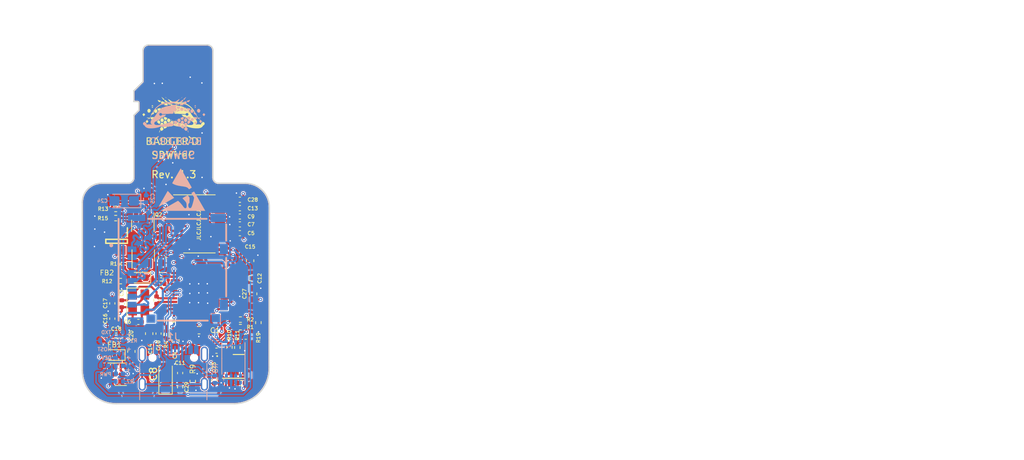
<source format=kicad_pcb>
(kicad_pcb (version 20211014) (generator pcbnew)
  (title_block (title "Badgerd-SDWireC") (date "2023-07-17") (rev "1.3") (company "Badgerd Technologies B.V.") (comment 1 "Talha Can Havadar"))
  (layers (0 "F.Cu" signal) (1 "In1.Cu" power) (2 "In2.Cu" power) (31 "B.Cu" signal) (34 "B.Paste" user) (35 "F.Paste" user) (36 "B.SilkS" user "B.Silkscreen") (37 "F.SilkS" user "F.Silkscreen") (38 "B.Mask" user) (39 "F.Mask" user) (44 "Edge.Cuts" user))
  (net 0 "")
  (net 1 "+3V3")
  (net 2 "GND")
  (net 3 "/XTAL2")
  (net 4 "/XTAL1")
  (net 5 "Net-(C11-Pad1)")
  (net 6 "Net-(C10-Pad1)")
  (net 7 "Net-(C12-Pad1)")
  (net 8 "/nRESET")
  (net 9 "/USB_DOWN-")
  (net 10 "/USB_DOWN+")
  (net 11 "/uSD_VDD")
  (net 12 "Net-(D1-Pad1)")
  (net 13 "/VDD")
  (net 14 "Net-(D2-Pad1)")
  (net 15 "Net-(D2-Pad2)")
  (net 16 "Net-(D3-Pad1)")
  (net 17 "Net-(D4-Pad1)")
  (net 18 "Net-(FB2-Pad1)")
  (net 19 "/VDD_HOST")
  (net 25 "Net-(IC1-Pad9)")
  (net 26 "Net-(IC1-Pad10)")
  (net 28 "/SD_nCD")
  (net 29 "/SD_DAT1")
  (net 30 "/SD_DAT0")
  (net 33 "/SD_CLK")
  (net 36 "/SD_CMD")
  (net 43 "/SD_DAT3")
  (net 44 "/SD_DAT2")
  (net 46 "/USB_UP+")
  (net 47 "/USB_UP-")
  (net 48 "Net-(IC1-Pad47)")
  (net 50 "/MUX_SELECTOR")
  (net 51 "Net-(J1-PadA5)")
  (net 53 "Net-(J1-PadB5)")
  (net 55 "Net-(C29-Pad1)")
  (net 56 "/dSD_DAT2")
  (net 57 "/dSD_DAT3")
  (net 58 "/dSD_CMD")
  (net 59 "/VDD_DEVICE")
  (net 60 "/dSD_CLK")
  (net 61 "/dSD_DAT0")
  (net 62 "/dSD_DAT1")
  (net 63 "Net-(J3-Pad1)")
  (net 64 "Net-(J3-Pad2)")
  (net 65 "Net-(J3-Pad3)")
  (net 66 "Net-(J3-Pad5)")
  (net 67 "Net-(J3-Pad7)")
  (net 68 "Net-(J3-Pad8)")
  (net 70 "Net-(Q2-Pad1)")
  (net 71 "Net-(R10-Pad2)")
  (net 72 "Net-(R11-Pad1)")
  (net 77 "Net-(Q1-Pad1)")
  (net 78 "Net-(IC1-Pad13)")
  (footprint "KiKit:Tab" (layer "F.Cu") (at 159.03 102.9 180)
    (fp_text reference "REF**" hide)
    (fp_text value "Tab")
  )
  (footprint "Capacitor_SMD:C_0402_1005Metric" (layer "F.Cu") (at 143.7 106.55 180)
    (fp_text reference "C19" hide)
    (fp_text value "100nF")
  )
  (footprint "Resistor_SMD:R_0402_1005Metric" (layer "F.Cu") (at 138.075 107.375 180)
    (fp_text reference "R12")
    (fp_text value "1.5K")
  )
  (footprint "Resistor_SMD:R_0402_1005Metric" (layer "F.Cu") (at 154.3 116.6 90)
    (fp_text reference "R11")
    (fp_text value "27R")
  )
  (footprint "Capacitor_SMD:C_0402_1005Metric" (layer "F.Cu") (at 154.65 98.4 180)
    (fp_text reference "C9")
    (fp_text value "100nF")
  )
  (footprint "Resistor_SMD:R_0402_1005Metric" (layer "F.Cu") (at 154.725 112.725 180)
    (fp_text reference "R2")
    (fp_text value "10K")
  )
  (footprint "Capacitor_SMD:C_0603_1608Metric" (layer "F.Cu") (at 148.975 114.2)
    (fp_text reference "C1")
    (fp_text value "1uF")
  )
  (footprint "sdwirec:SOT95P275X110-5N" (layer "F.Cu") (at 137.525 101.85 -90)
    (fp_text reference "IC2" hide)
    (fp_text value "MC74HC1G04DTT1G" hide)
  )
  (footprint "Capacitor_SMD:C_0402_1005Metric" (layer "F.Cu") (at 146.35 122.125 90)
    (fp_text reference "C29")
    (fp_text value "100nF")
  )
  (footprint "Resistor_SMD:R_0402_1005Metric" (layer "F.Cu") (at 137.4 98.625 180)
    (fp_text reference "R15")
    (fp_text value "10K")
  )
  (footprint "Resistor_SMD:R_0402_1005Metric" (layer "F.Cu") (at 153.2 116.575 -90)
    (fp_text reference "R10")
    (fp_text value "27R")
  )
  (footprint "Capacitor_SMD:C_0603_1608Metric" (layer "F.Cu") (at 145.7 115.65 -90)
    (fp_text reference "C4")
    (fp_text value "1uF")
  )
  (footprint "Capacitor_SMD:C_0402_1005Metric" (layer "F.Cu") (at 136.925 110.475 -90)
    (fp_text reference "C17")
    (fp_text value "100nF")
  )
  (footprint "Capacitor_SMD:C_0603_1608Metric" (layer "F.Cu") (at 139.575 117.15 90)
    (fp_text reference "C20")
    (fp_text value "10uF")
  )
  (footprint "KiKit:Tab" (layer "F.Cu") (at 132.5 116.2625)
    (fp_text reference "REF**" hide)
    (fp_text value "Tab")
  )
  (footprint "KiKit:Tab" (layer "F.Cu") (at 132.5 102.9375)
    (fp_text reference "REF**" hide)
    (fp_text value "Tab")
  )
  (footprint "Capacitor_SMD:C_0603_1608Metric" (layer "F.Cu") (at 143.85 104.075 -90)
    (fp_text reference "C26" hide)
    (fp_text value "4.7uF")
  )
  (footprint "sdwirec:badgerd-logo-9mm" (layer "F.Cu") (at 145.475 85.175)
    (fp_text reference "G***" hide)
    (fp_text value "LOGO" hide)
  )
  (footprint "Resistor_SMD:R_0402_1005Metric" (layer "F.Cu") (at 137.4 97.35)
    (fp_text reference "R13")
    (fp_text value "1.5K")
  )
  (footprint "Resistor_SMD:R_0402_1005Metric" (layer "F.Cu") (at 148.1 121.3 90)
    (fp_text reference "R9")
    (fp_text value "10K")
  )
  (footprint "KiKit:Tab" (layer "F.Cu") (at 158.99 116.26 180)
    (fp_text reference "REF**" hide)
    (fp_text value "Tab")
  )
  (footprint "Capacitor_SMD:C_0603_1608Metric" (layer "F.Cu") (at 156.075 104.55 90)
    (fp_text reference "C15")
    (fp_text value "1uF")
  )
  (footprint "Capacitor_SMD:C_0402_1005Metric" (layer "F.Cu") (at 138.25 110.525 -90)
    (fp_text reference "C3")
    (fp_text value "12pF ?")
  )
  (footprint "Package_SO:TSSOP-24_4.4x7.8mm_P0.65mm" (layer "F.Cu") (at 149.025 99.425)
    (fp_text reference "U3" hide)
    (fp_text value "TS3A27518EPW")
  )
  (footprint "Capacitor_SMD:C_0402_1005Metric" (layer "F.Cu") (at 136.925 112.6 90)
    (fp_text reference "C16")
    (fp_text value "100nF")
  )
  (footprint "Resistor_SMD:R_0402_1005Metric" (layer "F.Cu") (at 157.225 113.15 90)
    (fp_text reference "R19")
    (fp_text value "0R")
  )
  (footprint "Capacitor_SMD:C_0402_1005Metric" (layer "F.Cu") (at 140.55 113.05)
    (fp_text reference "C6")
    (fp_text value "12pF ?")
  )
  (footprint "sdwirec:usd" (layer "F.Cu") (at 142.24 76.835)
    (fp_text reference "J2" hide)
    (fp_text value "usd_plug")
  )
  (footprint "Diode_SMD:D_0603_1608Metric" (layer "F.Cu") (at 140.775 106.9 180)
    (fp_text reference "FB2")
    (fp_text value "150R")
  )
  (footprint "Capacitor_SMD:C_0402_1005Metric" (layer "F.Cu") (at 155.475 115.1)
    (fp_text reference "C22" hide)
    (fp_text value "47pF")
  )
  (footprint "Capacitor_SMD:C_0402_1005Metric" (layer "F.Cu") (at 143.35 114.675 -90)
    (fp_text reference "C10")
    (fp_text value "100nF")
  )
  (footprint "Capacitor_SMD:C_0402_1005Metric" (layer "F.Cu") (at 151.075 121.125 90)
    (fp_text reference "C23")
    (fp_text value "100nF")
  )
  (footprint "Capacitor_SMD:C_0402_1005Metric" (layer "F.Cu") (at 154.85 121.55 180)
    (fp_text reference "C2" hide)
    (fp_text value "100nF")
  )
  (footprint "sdwirec:QFN50P700X700X100-49N-D" (layer "F.Cu") (at 148.9456 109.0168 90)
    (fp_text reference "IC1" hide)
    (fp_text value "USB2640-HZH-02" hide)
  )
  (footprint "Capacitor_SMD:C_0402_1005Metric" (layer "F.Cu") (at 154.65 97.25 180)
    (fp_text reference "C13")
    (fp_text value "100nF")
  )
  (footprint "Capacitor_Tantalum_SMD:CP_EIA-3216-18_Kemet-A" (layer "F.Cu") (at 144.325 120.775 90)
    (fp_text reference "C8")
    (fp_text value "10uF")
  )
  (footprint "Package_TO_SOT_SMD:SOT-23-5" (layer "F.Cu") (at 138.1 120.325)
    (fp_text reference "U2" hide)
    (fp_text value "SPX3819M5-L-3-3")
  )
  (footprint "Diode_SMD:D_0603_1608Metric" (layer "F.Cu") (at 137.225 117.65 180)
    (fp_text reference "FB1")
    (fp_text value "150R")
  )
  (footprint "Resistor_SMD:R_0402_1005Metric" (layer "F.Cu") (at 154.725 113.775 180)
    (fp_text reference "R1")
    (fp_text value "10K")
  )
  (footprint "Capacitor_SMD:C_0603_1608Metric" (layer "F.Cu") (at 142.05 114.675 -90)
    (fp_text reference "C14")
    (fp_text value "1uF")
  )
  (footprint "Capacitor_SMD:C_0402_1005Metric" (layer "F.Cu") (at 154.65 100.725 180)
    (fp_text reference "C5")
    (fp_text value "100nF")
  )
  (footprint "Capacitor_SMD:C_0402_1005Metric" (layer "F.Cu") (at 151.4 117.05 180)
    (fp_text reference "C21" hide)
    (fp_text value "47pF")
  )
  (footprint "Capacitor_SMD:C_0402_1005Metric" (layer "F.Cu") (at 137.475 114.95)
    (fp_text reference "C18")
    (fp_text value "100nF / 16V")
  )
  (footprint "Capacitor_SMD:C_0402_1005Metric" (layer "F.Cu") (at 154.65 96.075 180)
    (fp_text reference "C28")
    (fp_text value "100nF")
  )
  (footprint "Package_TO_SOT_SMD:SOT-23-3" (layer "F.Cu") (at 141.225 103.825 90)
    (fp_text reference "Q1" hide)
    (fp_text value "SMMBT4403L")
  )
  (footprint "Capacitor_SMD:C_0402_1005Metric" (layer "F.Cu") (at 146.35 120.15 90)
    (fp_text reference "C11")
    (fp_text value "100nF / 16V")
  )
  (footprint "Resistor_SMD:R_0402_1005Metric" (layer "F.Cu") (at 138.525 104.975 90)
    (fp_text reference "R14")
    (fp_text value "10K")
  )
  (footprint "Resistor_SMD:R_0402_1005Metric" (layer "F.Cu") (at 143.075 110.025 -90)
    (fp_text reference "R18" hide)
    (fp_text value "1M")
  )
  (footprint "Capacitor_SMD:C_0402_1005Metric" (layer "F.Cu") (at 156.05 106.975)
    (fp_text reference "C12")
    (fp_text value "100nF")
  )
  (footprint "Resistor_SMD:R_0402_1005Metric" (layer "F.Cu") (at 144.45 114.825 90)
    (fp_text reference "R4")
    (fp_text value "12K")
  )
  (footprint "Capacitor_SMD:C_0402_1005Metric" (layer "F.Cu") (at 154.65 99.5 180)
    (fp_text reference "C7")
    (fp_text value "100nF")
  )
  (footprint "Crystal:Crystal_SMD_3225-4Pin_3.2x2.5mm" (layer "F.Cu") (at 140.6 110.35 -90)
    (fp_text reference "Y1" hide)
    (fp_text value "24Mhz")
  )
  (footprint "Resistor_SMD:R_0402_1005Metric" (layer "F.Cu") (at 143.675 107.75)
    (fp_text reference "R5" hide)
    (fp_text value "10K")
  )
  (footprint "Package_DFN_QFN:DFN-10-1EP_3x3mm_P0.5mm_EP1.55x2.48mm" (layer "F.Cu") (at 153.725 119.225)
    (fp_text reference "U4" hide)
    (fp_text value "FT200XD")
  )
  (footprint "Package_TO_SOT_SMD:SOT-23-3" (layer "F.Cu") (at 141.175 99.7 -90)
    (fp_text reference "Q2")
    (fp_text value "SMMBT4403L")
  )
  (footprint "Capacitor_SMD:C_0603_1608Metric" (layer "F.Cu") (at 156.5 109.15 90)
    (fp_text reference "C27")
    (fp_text value "4.7uF")
  )
  (footprint "Resistor_SMD:R_0402_1005Metric" (layer "B.Cu") (at 151.2 121 90)
    (fp_text reference "R8")
    (fp_text value "5.1K")
  )
  (footprint "LED_SMD:LED_0402_1005Metric" (layer "B.Cu") (at 137.9 114.5)
    (fp_text reference "D2" hide)
    (fp_text value "Green")
  )
  (footprint "Resistor_SMD:R_0402_1005Metric" (layer "B.Cu") (at 137.9 119.15)
    (fp_text reference "R3" hide)
    (fp_text value "1.5K")
  )
  (footprint "LED_SMD:LED_0402_1005Metric" (layer "B.Cu") (at 137.9 120.25)
    (fp_text reference "D1" hide)
    (fp_text value "Red")
  )
  (footprint "LED_SMD:LED_0402_1005Metric" (layer "B.Cu") (at 137.9 116.825)
    (fp_text reference "D4" hide)
    (fp_text value "Yellow")
  )
  (footprint "sdwirec:badgerd-logo-9mm" (layer "B.Cu") (at 145.475 85.175 180)
    (fp_text reference "G***" hide)
    (fp_text value "LOGO" hide)
  )
  (footprint "Resistor_SMD:R_0402_1005Metric" (layer "B.Cu") (at 137.9 115.65 180)
    (fp_text reference "R17")
    (fp_text value "1.5K")
  )
  (footprint "Connector_USB:USB_C_Receptacle_GCT_USB4105-xx-A_16P_TopMnt_Horizontal" (layer "B.Cu") (at 145.4 120.625 180)
    (fp_text reference "J1")
    (fp_text value "USB_C_Receptacle_USB2.0")
  )
  (footprint "Capacitor_SMD:C_0402_1005Metric" (layer "B.Cu") (at 141.625 95.95 90)
    (fp_text reference "C25")
    (fp_text value "100nF")
  )
  (footprint "LED_SMD:LED_0402_1005Metric" (layer "B.Cu") (at 137.9 118.025)
    (fp_text reference "D3" hide)
    (fp_text value "Blue")
  )
  (footprint "Resistor_SMD:R_0402_1005Metric" (layer "B.Cu") (at 137.9 121.325)
    (fp_text reference "R7")
    (fp_text value "5.1K")
  )
  (footprint "Resistor_SMD:R_0402_1005Metric" (layer "B.Cu") (at 135.825 119.125 180)
    (fp_text reference "R16" hide)
    (fp_text value "1.5K")
  )
  (footprint "Capacitor_Tantalum_SMD:CP_EIA-3216-18_Kemet-A" (layer "B.Cu") (at 138.575 96.25 180)
    (fp_text reference "C24")
    (fp_text value "10uF")
  )
  (footprint "Symbol:ESD-Logo_6.6x6mm_SilkScreen" (layer "B.Cu") (at 146.59 94.66 180)
    (fp_text reference "REF**" hide)
    (fp_text value "ESD-Logo_6.6x6mm_SilkScreen" hide)
  )
  (footprint "Package_SO:TSSOP-8_4.4x3mm_P0.65mm" (layer "B.Cu") (at 153.75 118.125 90)
    (fp_text reference "U1" hide)
    (fp_text value "M24C02-RDW")
  )
  (footprint "sdwirec:5031821852" (layer "B.Cu") (at 140.3 105.8 -90)
    (fp_text reference "J3" hide)
    (fp_text value "Micro_SD_Card" hide)
  )
  (footprint "Resistor_SMD:R_0402_1005Metric" (layer "B.Cu") (at 135.75 115.625 180)
    (fp_text reference "R6" hide)
    (fp_text value "1.5K")
  )
  (gr_line (start 140.62 82.64) (end 140.62 83.64) (layer "Edge.Cuts") (width 0.15))
  (gr_line (start 137.475 124.425) (end 153.925 124.425) (layer "Edge.Cuts") (width 0.15))
  (gr_line (start 150.11 74.55) (end 141.98 74.55) (layer "Edge.Cuts") (width 0.15))
  (gr_arc (start 150.11 74.55) (mid 150.678614 74.777244) (end 150.92 75.34) (layer "Edge.Cuts") (width 0.15))
  (gr_arc (start 158.725 119.325) (mid 157.397863 122.884435) (end 153.925 124.425) (layer "Edge.Cuts") (width 0.15))
  (gr_line (start 139.91 80.94) (end 139.91 82.44) (layer "Edge.Cuts") (width 0.15))
  (gr_line (start 139.92 88.74) (end 139.92 92.984315) (layer "Edge.Cuts") (width 0.15))
  (gr_line (start 139.91 82.44) (end 140.410012 82.44025) (layer "Edge.Cuts") (width 0.15))
  (gr_line (start 141.18 79.67) (end 139.91 80.94) (layer "Edge.Cuts") (width 0.15))
  (gr_line (start 132.75 96.4625) (end 132.75 119.7875) (layer "Edge.Cuts") (width 0.15))
  (gr_line (start 139.92 84.34) (end 139.92 88.74) (layer "Edge.Cuts") (width 0.15))
  (gr_arc (start 139.92 92.984315) (mid 139.685127 93.546797) (end 139.12 93.775) (layer "Edge.Cuts") (width 0.15))
  (gr_arc (start 155.42 93.775) (mid 157.81285 94.783281) (end 158.7625 97.2) (layer "Edge.Cuts") (width 0.15))
  (gr_arc (start 140.410012 82.44025) (mid 140.557845 82.495091) (end 140.62 82.64) (layer "Edge.Cuts") (width 0.15))
  (gr_line (start 141.18 79.67) (end 141.18 75.35) (layer "Edge.Cuts") (width 0.15))
  (gr_arc (start 151.72 93.775) (mid 151.152103 93.548253) (end 150.915685 92.984315) (layer "Edge.Cuts") (width 0.15))
  (gr_line (start 150.92 88.74) (end 150.915685 92.984315) (layer "Edge.Cuts") (width 0.15))
  (gr_line (start 139.12 93.775) (end 135.42 93.775) (layer "Edge.Cuts") (width 0.15))
  (gr_line (start 140.62 83.64) (end 139.92 84.34) (layer "Edge.Cuts") (width 0.15))
  (gr_arc (start 132.75 96.4625) (mid 133.525827 94.563218) (end 135.42 93.775) (layer "Edge.Cuts") (width 0.15))
  (gr_arc (start 141.18 75.35) (mid 141.414315 74.784315) (end 141.98 74.55) (layer "Edge.Cuts") (width 0.15))
  (gr_line (start 150.92 88.74) (end 150.92 75.34) (layer "Edge.Cuts") (width 0.15))
  (gr_line (start 158.725 119.325) (end 158.7625 97.2) (layer "Edge.Cuts") (width 0.15))
  (gr_line (start 155.42 93.775) (end 151.72 93.775) (layer "Edge.Cuts") (width 0.15))
  (gr_arc (start 137.475 124.425) (mid 134.135573 123.101609) (end 132.75 119.7875) (layer "Edge.Cuts") (width 0.15))
  (gr_text "+" (at 139.24 116.79) (layer "B.SilkS") (effects (font (size 0.6 0.6) (thickness 0.1)) (justify mirror)))
  (gr_text "`" (at 143.2 87.9) (layer "B.SilkS") (effects (font (size 1 1)) (justify mirror)))
  (gr_text "HOST" (at 135.833334 116.85) (layer "B.SilkS") (effects (font (size 0.5 0.5) (thickness 0.1)) (justify mirror)))
  (gr_text "TXD" (at 136.075 114.5) (layer "B.SilkS") (effects (font (size 0.5 0.5) (thickness 0.1)) (justify mirror)))
  (gr_text "+" (at 139.16 119.67) (layer "B.SilkS") (effects (font (size 0.6 0.6) (thickness 0.1)) (justify mirror)))
  (gr_text "+" (at 139.21 118) (layer "B.SilkS") (effects (font (size 0.6 0.6) (thickness 0.1)) (justify mirror)))
  (gr_text "DEV" (at 136.095239 118.05) (layer "B.SilkS") (effects (font (size 0.5 0.5) (thickness 0.1)) (justify mirror)))
  (gr_text "SDWireC" (at 145.4 89.875) (layer "B.SilkS") (effects (font (size 1 1)) (justify mirror)))
  (gr_text "PWR" (at 136 120.325) (layer "B.SilkS") (effects (font (size 0.5 0.5) (thickness 0.1)) (justify mirror)))
  (gr_text "+" (at 139.23 114.74) (layer "B.SilkS") (effects (font (size 0.6 0.6) (thickness 0.1)) (justify mirror)))
  (gr_text "." (at 151.5 117.4) (layer "F.SilkS") (effects (font (size 1 1))))
  (gr_text "`" (at 147.7 87.9) (layer "F.SilkS") (effects (font (size 1 1))))
  (gr_text "Rev. 1.3" (at 145.475 92.575) (layer "F.SilkS") (effects (font (size 1 1))))
  (gr_text "SDWireC" (at 145.4 89.9) (layer "F.SilkS") (effects (font (size 1 1))))
  (gr_text "JLCJLCJLCJLC" (at 148.95 99.175 90) (layer "F.SilkS") (effects (font (size 0.5 0.5) (thickness 0.1))))
  (segment (start 148.1956 112.4668) (end 148.1956 113.26017) (width 0.29337) (layer "F.Cu") (net 1))
  (segment (start 155.5505 114.410612) (end 155.5505 114.0905) (width 0.29337) (layer "F.Cu") (net 1))
  (segment (start 155.13 100.725) (end 155.13 99.5) (width 0.29337) (layer "F.Cu") (net 1))
  (segment (start 148.975 113.765) (end 148.975 113.45) (width 0.29337) (layer "F.Cu") (net 1))
  (segment (start 155.13 96.075) (end 155.13 95.23) (width 0.29337) (layer "F.Cu") (net 1))
  (segment (start 146.575 103.95) (end 144.5 103.95) (width 0.2) (layer "F.Cu") (net 1))
  (segment (start 144.521185 108.9) (end 144.315 108.9) (width 0.29337) (layer "F.Cu") (net 1))
  (segment (start 155.375 121.55) (end 156.1 120.825) (width 0.29337) (layer "F.Cu") (net 1))
  (segment (start 152.175 119.225) (end 152.175 119.725) (width 0.29337) (layer "F.Cu") (net 1))
  (segment (start 155.13 95.23) (end 155.125 95.225) (width 0.29337) (layer "F.Cu") (net 1))
  (segment (start 139.2375 119.375) (end 140.15 119.375) (width 0.29337) (layer "F.Cu") (net 1))
  (segment (start 136.925 113.08) (end 136.545 113.08) (width 0.29337) (layer "F.Cu") (net 1))
  (segment (start 152.175 119.725) (end 150.6 119.725) (width 0.29337) (layer "F.Cu") (net 1))
  (segment (start 146.1625 100.4) (end 145.175 100.4) (width 0.29337) (layer "F.Cu") (net 1))
  (segment (start 152.175 118.725) (end 150.625 118.725) (width 0.29337) (layer "F.Cu") (net 1))
  (segment (start 155.235 112.465) (end 155.55 112.15) (width 0.29337) (layer "F.Cu") (net 1))
  (segment (start 139.575 117.925) (end 139.575 119.0375) (width 0.29337) (layer "F.Cu") (net 1))
  (segment (start 148.38543 113.45) (end 148.975 113.45) (width 0.29337) (layer "F.Cu") (net 1))
  (segment (start 146.375 107.075) (end 146.1832 107.2668) (width 0.29337) (layer "F.Cu") (net 1))
  (segment (start 148.2 114.2) (end 148.54 114.2) (width 0.29337) (layer "F.Cu") (net 1))
  (segment (start 155.13 97.25) (end 155.13 96.075) (width 0.29337) (layer "F.Cu") (net 1))
  (segment (start 151.5206 106.4) (end 147.3288 106.4) (width 0.2) (layer "F.Cu") (net 1))
  (segment (start 146.575 103.95) (end 147.1956 104.5706) (width 0.2) (layer "F.Cu") (net 1))
  (segment (start 145.024871 100.249871) (end 145.024871 99.80116) (width 0.29337) (layer "F.Cu") (net 1))
  (segment (start 140.15 119.375) (end 140.45 119.675) (width 0.29337) (layer "F.Cu") (net 1))
  (segment (start 147.1956 106.2668) (end 147.1956 105.5668) (width 0.2) (layer "F.Cu") (net 1))
  (segment (start 151.075 120.645) (end 151.075 120.25) (width 0.29337) (layer "F.Cu") (net 1))
  (segment (start 145.024871 99.649871) (end 144.1 98.725) (width 0.29337) (layer "F.Cu") (net 1))
  (segment (start 151.6956 112.4668) (end 151.6956 113.4206) (width 0.29337) (layer "F.Cu") (net 1))
  (segment (start 156.1 120.05) (end 155.775 119.725) (width 0.29337) (layer "F.Cu") (net 1))
  (segment (start 152.3956 110.2668) (end 153.5168 110.2668) (width 0.29337) (layer "F.Cu") (net 1))
  (segment (start 136.995 114.95) (end 136.995 114.47) (width 0.29337) (layer "F.Cu") (net 1))
  (segment (start 155.33 122.095) (end 155.15 122.275) (width 0.29337) (layer "F.Cu") (net 1))
  (segment (start 148.1956 113.26017) (end 148.38543 113.45) (width 0.29337) (layer "F.Cu") (net 1))
  (segment (start 136.545 113.08) (end 136.075 113.55) (width 0.29337) (layer "F.Cu") (net 1))
  (segment (start 155.235 112.725) (end 155.235 112.465) (width 0.29337) (layer "F.Cu") (net 1))
  (segment (start 145.175 100.4) (end 145.024871 100.249871) (width 0.29337) (layer "F.Cu") (net 1))
  (segment (start 139.575 119.0375) (end 139.2375 119.375) (width 0.29337) (layer "F.Cu") (net 1))
  (segment (start 151.6456 106.275) (end 151.5206 106.4) (width 0.2) (layer "F.Cu") (net 1))
  (segment (start 136.925 109.995) (end 136.925 109.2) (width 0.29337) (layer "F.Cu") (net 1))
  (segment (start 151.6956 105.5668) (end 151.6456 105.6168) (width 0.2) (layer "F.Cu") (net 1))
  (segment (start 150.6 119.725) (end 150.575 119.75) (width 0.29337) (layer "F.Cu") (net 1))
  (segment (start 155.33 121.55) (end 155.33 122.095) (width 0.29337) (layer "F.Cu") (net 1))
  (segment (start 145.7 114.25) (end 145.173747 113.723747) (width 0.29337) (layer "F.Cu") (net 1))
  (segment (start 145.4956 111.7668) (end 145.4956 112.4456) (width 0.29337) (layer "F.Cu") (net 1))
  (segment (start 146.1832 107.2668) (end 145.4956 107.2668) (width 0.29337) (layer "F.Cu") (net 1))
  (segment (start 144.521185 108.645575) (end 144.521185 108.9) (width 0.29337) (layer "F.Cu") (net 1))
  (segment (start 156.5 109.925) (end 157.525 109.925) (width 0.29337) (layer "F.Cu") (net 1))
  (segment (start 151.075 120.25) (end 150.575 119.75) (width 0.29337) (layer "F.Cu") (net 1))
  (segment (start 144.5 103.95) (end 143.85 103.3) (width 0.2) (layer "F.Cu") (net 1))
  (segment (start 148.54 114.2) (end 148.975 113.765) (width 0.29337) (layer "F.Cu") (net 1))
  (segment (start 145.4956 112.4456) (end 145.5 112.45) (width 0.29337) (layer "F.Cu") (net 1))
  (segment (start 151.6956 113.4206) (end 151.95 113.675) (width 0.29337) (layer "F.Cu") (net 1))
  (segment (start 156.1 120.825) (end 156.1 120.05) (width 0.29337) (layer "F.Cu") (net 1))
  (segment (start 136.995 114.47) (end 136.075 113.55) (width 0.29337) (layer "F.Cu") (net 1))
  (segment (start 138.475 103.1) (end 138.125 103.1) (width 0.29337) (layer "F.Cu") (net 1))
  (segment (start 155.5505 114.0905) (end 155.235 113.775) (width 0.29337) (layer "F.Cu") (net 1))
  (segment (start 145.7 114.875) (end 145.7 114.25) (width 0.29337) (layer "F.Cu") (net 1))
  (segment (start 152.175 119.225) (end 152.175 118.725) (width 0.29337) (layer "F.Cu") (net 1))
  (segment (start 155.13 99.5) (end 155.13 97.25) (width 0.29337) (layer "F.Cu") (net 1))
  (segment (start 151.6456 105.6168) (end 151.6456 106.275) (width 0.2) (layer "F.Cu") (net 1))
  (segment (start 145.4956 108.2668) (end 144.89996 108.2668) (width 0.29337) (layer "F.Cu") (net 1))
  (segment (start 145.024871 99.80116) (end 145.024871 99.649871) (width 0.29337) (layer "F.Cu") (net 1))
  (segment (start 152.125 113.85) (end 152.125 114.35) (width 0.29337) (layer "F.Cu") (net 1))
  (segment (start 147.1956 104.5706) (end 147.1956 105.5668) (width 0.2) (layer "F.Cu") (net 1))
  (segment (start 138.125 103.1) (end 137.275 103.95) (width 0.29337) (layer "F.Cu") (net 1))
  (segment (start 147.3288 106.4) (end 147.1956 106.2668) (width 0.2) (layer "F.Cu") (net 1))
  (segment (start 155.235 113.775) (end 155.235 112.725) (width 0.29337) (layer "F.Cu") (net 1))
  (segment (start 144.89996 108.2668) (end 144.521185 108.645575) (width 0.29337) (layer "F.Cu") (net 1))
  (segment (start 155.775 119.725) (end 155.275 119.725) (width 0.29337) (layer "F.Cu") (net 1))
  (segment (start 155.13 100.725) (end 155.13 101.53) (width 0.29337) (layer "F.Cu") (net 1))
  (segment (start 153.5168 110.2668) (end 153.7 110.45) (width 0.29337) (layer "F.Cu") (net 1))
  (segment (start 144.315 108.9) (end 143.165 107.75) (width 0.29337) (layer "F.Cu") (net 1))
  (segment (start 155.33 121.55) (end 155.375 121.55) (width 0.29337) (layer "F.Cu") (net 1))
  (segment (start 151.95 113.675) (end 152.125 113.85) (width 0.29337) (layer "F.Cu") (net 1))
  (segment (start 155.13 101.53) (end 155.225 101.625) (width 0.29337) (layer "F.Cu") (net 1))
  (via (at 155.125 95.225) (size 0.45) (drill 0.2) (layers "F.Cu" "B.Cu") (net 1))
  (via (at 152.125 114.35) (size 0.45) (drill 0.2) (layers "F.Cu" "B.Cu") (net 1))
  (via (at 150.575 119.75) (size 0.45) (drill 0.2) (layers "F.Cu" "B.Cu") (net 1))
  (via (at 146.375 107.075) (size 0.45) (drill 0.2) (layers "F.Cu" "B.Cu") (net 1))
  (via (at 155.5505 114.410612) (size 0.45) (drill 0.2) (layers "F.Cu" "B.Cu") (net 1))
  (via (at 155.225 101.625) (size 0.45) (drill 0.2) (layers "F.Cu" "B.Cu") (net 1))
  (via (at 155.55 112.15) (size 0.45) (drill 0.2) (layers "F.Cu" "B.Cu") (net 1))
  (via (at 148.975 113.45) (size 0.45) (drill 0.2) (layers "F.Cu" "B.Cu") (net 1))
  (via (at 144.521185 108.9) (size 0.45) (drill 0.2) (layers "F.Cu" "B.Cu") (net 1))
  (via (at 155.15 122.275) (size 0.45) (drill 0.2) (layers "F.Cu" "B.Cu") (net 1))
  (via (at 145.5 112.45) (size 0.45) (drill 0.2) (layers "F.Cu" "B.Cu") (net 1))
  (via (at 145.173747 113.723747) (size 0.45) (drill 0.2) (layers "F.Cu" "B.Cu") (net 1))
  (via (at 136.925 109.2) (size 0.45) (drill 0.2) (layers "F.Cu" "B.Cu") (net 1))
  (via (at 146.575 103.95) (size 0.45) (drill 0.2) (layers "F.Cu" "B.Cu") (net 1))
  (via (at 150.625 118.725) (size 0.45) (drill 0.2) (layers "F.Cu" "B.Cu") (net 1))
  (via (at 140.45 119.675) (size 0.45) (drill 0.2) (layers "F.Cu" "B.Cu") (net 1))
  (via (at 136.075 113.55) (size 0.45) (drill 0.2) (layers "F.Cu" "B.Cu") (net 1))
  (via (at 137.275 103.95) (size 0.45) (drill 0.2) (layers "F.Cu" "B.Cu") (net 1))
  (via (at 153.7 110.45) (size 0.45) (drill 0.2) (layers "F.Cu" "B.Cu") (net 1))
  (via (at 157.525 109.925) (size 0.45) (drill 0.2) (layers "F.Cu" "B.Cu") (net 1))
  (via (at 144.1 98.725) (size 0.45) (drill 0.2) (layers "F.Cu" "B.Cu") (net 1))
  (segment (start 145.5 113.397494) (end 145.173747 113.723747) (width 0.29337) (layer "B.Cu") (net 1))
  (segment (start 155.364388 114.410612) (end 155.5505 114.410612) (width 0.29337) (layer "B.Cu") (net 1))
  (segment (start 138.385 118.025) (end 138.8 118.025) (width 0.29337) (layer "B.Cu") (net 1))
  (segment (start 138.8 118.025) (end 140.45 119.675) (width 0.29337) (layer "B.Cu") (net 1))
  (segment (start 154.725 115.05) (end 155.364388 114.410612) (width 0.29337) (layer "B.Cu") (net 1))
  (segment (start 154.725 115.2625) (end 154.725 115.05) (width 0.29337) (layer "B.Cu") (net 1))
  (segment (start 138.385 118.025) (end 138.385 116.825) (width 0.29337) (layer "B.Cu") (net 1))
  (segment (start 154.725 115.2625) (end 154.725 114.925) (width 0.29337) (layer "B.Cu") (net 1))
  (segment (start 145.5 112.45) (end 145.5 113.397494) (width 0.29337) (layer "B.Cu") (net 1))
  (segment (start 142.345 115.155) (end 142.05 115.45) (width 0.29337) (layer "F.Cu") (net 2))
  (segment (start 142.05 115.45) (end 141.2 115.45) (width 0.29337) (layer "F.Cu") (net 2))
  (segment (start 135.925 120.325) (end 135.4 120.85) (width 0.29337) (layer "F.Cu") (net 2))
  (segment (start 137.955 114.95) (end 137.955 114.73) (width 0.29337) (layer "F.Cu") (net 2))
  (segment (start 155.955 115.1) (end 155.955 116.42) (width 0.29337) (layer "F.Cu") (net 2))
  (segment (start 145.4956 107.7668) (end 147.6956 107.7668) (width 0.29337) (layer "F.Cu") (net 2))
  (segment (start 147.74 76.685) (end 147.74 79.04) (width 0.29337) (layer "F.Cu") (net 2))
  (segment (start 147.6956 107.7668) (end 148.9456 109.0168) (width 0.29337) (layer "F.Cu") (net 2))
  (segment (start 139.75 112.73) (end 140.07 113.05) (width 0.29337) (layer "F.Cu") (net 2))
  (segment (start 157.225 113.66) (end 157.225 114.425) (width 0.29337) (layer "F.Cu") (net 2))
  (segment (start 151.8875 98.45) (end 153.225 98.45) (width 0.29337) (layer "F.Cu") (net 2))
  (segment (start 151.965 121.605) (end 152.06 121.51) (width 0.29337) (layer "F.Cu") (net 2))
  (segment (start 144.325 119.425) (end 145.075 119.425) (width 0.29337) (layer "F.Cu") (net 2))
  (segment (start 143.22 105.48) (end 143.85 104.85) (width 0.29337) (layer "F.Cu") (net 2))
  (segment (start 154.17 99.5) (end 153.275 99.5) (width 0.29337) (layer "F.Cu") (net 2))
  (segment (start 148.1 120.79) (end 148.185 120.79) (width 0.29337) (layer "F.Cu") (net 2))
  (segment (start 146.075 116.425) (end 146.75 115.75) (width 0.29337) (layer "F.Cu") (net 2))
  (segment (start 136.575 100.6) (end 135.875 100.6) (width 0.29337) (layer "F.Cu") (net 2))
  (segment (start 145.075 119.425) (end 145.6 118.9) (width 0.29337) (layer "F.Cu") (net 2))
  (segment (start 153.725 121.7) (end 153.2 122.225) (width 0.29337) (layer "F.Cu") (net 2))
  (segment (start 153.725 119.225) (end 153.725 121.7) (width 0.29337) (layer "F.Cu") (net 2))
  (segment (start 155.955 116.42) (end 155.325 117.05) (width 0.29337) (layer "F.Cu") (net 2))
  (segment (start 154.17 100.725) (end 154.17 97.25) (width 0.29337) (layer "F.Cu") (net 2))
  (segment (start 145.54 116.425) (end 144.45 115.335) (width 0.29337) (layer "F.Cu") (net 2))
  (segment (start 141.45 109.54337) (end 139.75 111.24337) (width 0.29337) (layer "F.Cu") (net 2))
  (segment (start 143.35 115.155) (end 144.27 115.155) (width 0.29337) (layer "F.Cu") (net 2))
  (segment (start 147.245 121.645) (end 148.1 120.79) (width 0.29337) (layer "F.Cu") (net 2))
  (segment (start 148.185 120.79) (end 148.725 120.25) (width 0.29337) (layer "F.Cu") (net 2))
  (segment (start 135.875 100.6) (end 135.85 100.575) (width 0.29337) (layer "F.Cu") (net 2))
  (segment (start 143.22 106.55) (end 143.22 105.48) (width 0.29337) (layer "F.Cu") (net 2))
  (segment (start 136.925 111.55) (end 136.35 111.55) (width 0.29337) (layer "F.Cu") (net 2))
  (segment (start 139.305 111.005) (end 139.75 111.45) (width 0.29337) (layer "F.Cu") (net 2))
  (segment (start 155.275 118.725) (end 154.225 118.725) (width 0.29337) (layer "F.Cu") (net 2))
  (segment (start 149.75 114.2) (end 149.75 114.275) (width 0.29337) (layer "F.Cu") (net 2))
  (segment (start 144.27 115.155) (end 144.45 115.335) (width 0.29337) (layer "F.Cu") (net 2))
  (segment (start 139.75 111.45) (end 139.75 112.73) (width 0.29337) (layer "F.Cu") (net 2))
  (segment (start 137.725 114.5) (end 137.725 113.65) (width 0.29337) (layer "F.Cu") (net 2))
  (segment (start 153.275 98.4) (end 153.225 98.45) (width 0.29337) (layer "F.Cu") (net 2))
  (segment (start 145.7 116.425) (end 145.54 116.425) (width 0.29337) (layer "F.Cu") (net 2))
  (segment (start 139.575 116.375) (end 140.275 116.375) (width 0.29337) (layer "F.Cu") (net 2))
  (segment (start 140.275 116.375) (end 141.025 115.625) (width 0.29337) (layer "F.Cu") (net 2))
  (segment (start 143.35 115.155) (end 142.345 115.155) (width 0.29337) (layer "F.Cu") (net 2))
  (segment (start 154.17 97.25) (end 154.17 96.075) (width 0.29337) (layer "F.Cu") (net 2))
  (segment (start 146.1625 98.45) (end 147.275 98.45) (width 0.29337) (layer "F.Cu") (net 2))
  (segment (start 147.275 98.45) (end 147.575 98.15) (width 0.29337) (layer "F.Cu") (net 2))
  (segment (start 136.925 111.55) (end 136.925 110.955) (width 0.29337) (layer "F.Cu") (net 2))
  (segment (start 138.25 111.55) (end 137.925 111.875) (width 0.29337) (layer "F.Cu") (net 2))
  (segment (start 153.975 122.35) (end 153.975 121.945) (width 0.25) (layer "F.Cu") (net 2))
  (segment (start 146.35 119.65) (end 145.6 118.9) (width 0.29337) (layer "F.Cu") (net 2))
  (segment (start 145.7 116.425) (end 146.075 116.425) (width 0.29337) (layer "F.Cu") (net 2))
  (segment (start 138.25 111.005) (end 138.25 111.55) (width 0.29337) (layer "F.Cu") (net 2))
  (segment (start 149.75 114.275) (end 148.95 115.075) (width 0.29337) (layer "F.Cu") (net 2))
  (segment (start 146.35 121.645) (end 147.245 121.645) (width 0.29337) (layer "F.Cu") (net 2))
  (segment (start 141.45 109.25) (end 141.45 109.54337) (width 0.29337) (layer "F.Cu") (net 2))
  (segment (start 140.07 113.05) (end 140.07 113.405) (width 0.29337) (layer "F.Cu") (net 2))
  (segment (start 154.17 96.075) (end 154.17 95.155) (width 0.29337) (layer "F.Cu") (net 2))
  (segment (start 150.92 117.05) (end 150.92 117.78) (width 0.29337) (layer "F.Cu") (net 2))
  (segment (start 156.5 108.375) (end 157.55 108.375) (width 0.29337) (layer "F.Cu") (net 2))
  (segment (start 154.17 95.155) (end 154.175 95.15) (width 0.29337) (layer "F.Cu") (net 2))
  (segment (start 146.35 119.67) (end 146.35 119.65) (width 0.29337) (layer "F.Cu") (net 2))
  (segment (start 137.955 114.73) (end 137.725 114.5) (width 0.29337) (layer "F.Cu") (net 2))
  (segment (start 153.975 121.945) (end 154.37 121.55) (width 0.25) (layer "F.Cu") (net 2))
  (segment (start 150.92 117.78) (end 150.875 117.825) (width 0.29337) (layer "F.Cu") (net 2))
  (segment (start 156.075 103.775) (end 157.15 103.775) (width 0.29337) (layer "F.Cu") (net 2))
  (segment (start 141.2 115.45) (end 141.025 115.625) (width 0.29337) (layer "F.Cu") (net 2))
  (segment (start 136.9625 120.325) (end 135.925 120.325) (width 0.29337) (layer "F.Cu") (net 2))
  (segment (start 138.25 111.005) (end 139.305 111.005) (width 0.29337) (layer "F.Cu") (net 2))
  (segment (start 140.07 113.405) (end 139.275 114.2) (width 0.29337) (layer "F.Cu") (net 2))
  (segment (start 147.74 79.04) (end 147.75 79.05) (width 0.29337) (layer "F.Cu") (net 2))
  (segment (start 136.925 112.12) (end 136.925 111.55) (width 0.29337) (layer "F.Cu") (net 2))
  (segment (start 153.275 99.5) (end 153.25 99.525) (width 0.29337) (layer "F.Cu") (net 2))
  (segment (start 154.17 98.4) (end 153.275 98.4) (width 0.29337) (layer "F.Cu") (net 2))
  (segment (start 139.75 111.24337) (end 139.75 111.45) (width 0.29337) (layer "F.Cu") (net 2))
  (segment (start 154.225 118.725) (end 153.725 119.225) (width 0.29337) (layer "F.Cu") (net 2))
  (segment (start 151.075 121.605) (end 151.965 121.605) (width 0.29337) (layer "F.Cu") (net 2))
  (via (at 141.325 94.5) (size 0.45) (drill 0.2) (layers "F.Cu" "B.Cu") (net 2))
  (via (at 148.95 115.075) (size 0.45) (drill 0.2) (layers "F.Cu" "B.Cu") (net 2))
  (via (at 150.625 101.2) (size 0.45) (drill 0.2) (layers "F.Cu" "B.Cu") (net 2))
  (via (at 145.325 90.95) (size 0.45) (drill 0.2) (layers "F.Cu" "B.Cu") (net 2))
  (via (at 155.325 117.05) (size 0.45) (drill 0.2) (layers "F.Cu" "B.Cu") (net 2))
  (via (at 135.675 116.225) (size 0.45) (drill 0.2) (layers "F.Cu" "B.Cu") (net 2))
  (via (at 153.2 122.225) (size 0.45) (drill 0.2) (layers "F.Cu" "B.Cu") (net 2))
  (via (at 157.55 108.375) (size 0.45) (drill 0.2) (layers "F.Cu" "B.Cu") (net 2))
  (via (at 134.5 100.15) (size 0.45) (drill 0.2) (layers "F.Cu" "B.Cu") (net 2))
  (via (at 138.2 108.45) (size 0.45) (drill 0.2) (layers "F.Cu" "B.Cu") (net 2))
  (via (at 139.825 120.225) (size 0.45) (drill 0.2) (layers "F.Cu" "B.Cu") (net 2))
  (via (at 149.375 79.85) (size 0.45) (drill 0.2) (layers "F.Cu" "B.Cu") (net 2))
  (via (at 153.225 98.45) (size 0.45) (drill 0.2) (layers "F.Cu" "B.Cu") (net 2))
  (via (at 147.75 79.05) (size 0.45) (drill 0.2) (layers "F.Cu" "B.Cu") (net 2))
  (via (at 148.9456 109.0168) (size 0.45) (drill 0.2) (layers "F.Cu" "B.Cu") (net 2))
  (via (at 150.875 117.825) (size 0.45) (drill 0.2) (layers "F.Cu" "B.Cu") (net 2))
  (via (at 146.75 115.75) (size 0.45) (drill 0.2) (layers "F.Cu" "B.Cu") (net 2))
  (via (at 135.4 120.85) (size 0.45) (drill 0.2) (layers "F.Cu" "B.Cu") (net 2))
  (via (at 142.775 79.925) (size 0.45) (drill 0.2) (layers "F.Cu" "B.Cu") (net 2))
  (via (at 153.975 122.35) (size 0.45) (drill 0.2) (layers "F.Cu" "B.Cu") (net 2))
  (via (at 134.5 98.35) (size 0.45) (drill 0.2) (layers "F.Cu" "B.Cu") (net 2))
  (via (at 136.3 95.375) (size 0.45) (drill 0.2) (layers "F.Cu" "B.Cu") (net 2))
  (via (at 149.4 92.975) (size 0.45) (drill 0.2) (layers "F.Cu" "B.Cu") (net 2))
  (via (at 134.45 102.575) (size 0.45) (drill 0.2) (layers "F.Cu" "B.Cu") (net 2))
  (via (at 143.875 79.9) (size 0.45) (drill 0.2) (layers "F.Cu" "B.Cu") (net 2))
  (via (at 139.275 114.2) (size 0.45) (drill 0.2) (layers "F.Cu" "B.Cu") (net 2))
  (via (at 136.35 111.55) (size 0.45) (drill 0.2) (layers "F.Cu" "B.Cu") (net 2))
  (via (at 150.125 107.75) (size 0.45) (drill 0.2) (layers "F.Cu" "B.Cu") (net 2))
  (via (at 147.7 109.1) (size 0.45) (drill 0.2) (layers "F.Cu" "B.Cu") (net 2))
  (via (at 135.85 100.575) (size 0.45) (drill 0.2) (layers "F.Cu" "B.Cu") (net 2))
  (via (at 148.925 107.75) (size 0.45) (drill 0.2) (layers "F.Cu" "B.Cu") (net 2))
  (via (at 148.87 103.92) (size 0.45) (drill 0.2) (layers "F.Cu" "B.Cu") (net 2))
  (via (at 148.725 120.25) (size 0.45) (drill 0.2) (layers "F.Cu" "B.Cu") (net 2))
  (via (at 153.31 101.79) (size 0.45) (drill 0.2) (layers "F.Cu" "B.Cu") (net 2))
  (via (at 157.15 103.775) (size 0.45) (drill 0.2) (layers "F.Cu" "B.Cu") (net 2))
  (via (at 150.175 110.45) (size 0.45) (drill 0.2) (layers "F.Cu" "B.Cu") (net 2))
  (via (at 157.225 114.425) (size 0.45) (drill 0.2) (layers "F.Cu" "B.Cu") (net 2))
  (via (at 147.675 110.375) (size 0.45) (drill 0.2) (layers "F.Cu" "B.Cu") (net 2))
  (via (at 147.575 98.15) (size 0.45) (drill 0.2) (layers "F.Cu" "B.Cu") (net 2))
  (via (at 148.9 110.375) (size 0.45) (drill 0.2) (layers "F.Cu" "B.Cu") (net 2))
  (via (at 154.625 109.5) (size 0.45) (drill 0.2) (layers "F.Cu" "B.Cu") (net 2))
  (via (at 137.925 111.875) (size 0.45) (drill 0.2) (layers "F.Cu" "B.Cu") (net 2))
  (via (at 144.39 93.95) (size 0.45) (drill 0.2) (layers "F.Cu" "B.Cu") (net 2))
  (via (at 148.55 122.55) (size 0.45) (drill 0.2) (layers "F.Cu" "B.Cu") (net 2))
  (via (at 154.175 95.15) (size 0.45) (drill 0.2) (layers "F.Cu" "B.Cu") (net 2))
  (via (at 153.25 99.525) (size 0.45) (drill 0.2) (layers "F.Cu" "B.Cu") (net 2))
  (via (at 147.63 102.97) (size 0.45) (drill 0.2) (layers "F.Cu" "B.Cu") (net 2))
  (via (at 141.025 115.625) (size 0.45) (drill 0.2) (layers "F.Cu" "B.Cu") (net 2))
  (via (at 147.6956 107.7668) (size 0.45) (drill 0.2) (layers "F.Cu" "B.Cu") (net 2))
  (via (at 149.4 86.8) (size 0.45) (drill 0.2) (layers "F.Cu" "B.Cu") (net 2))
  (via (at 145.6 118.9) (size 0.45) (drill 0.2) (layers "F.Cu" "B.Cu") (net 2))
  (via (at 150.15 109.025) (size 0.45) (drill 0.2) (layers "F.Cu" "B.Cu") (net 2))
  (via (at 152.06 121.51) (size 0.45) (drill 0.2) (layers "F.Cu" "B.Cu") (net 2))
  (via (at 137.725 113.65) (size 0.45) (drill 0.2) (layers "F.Cu" "B.Cu") (net 2))
  (segment (start 153.425 122) (end 153.2 122.225) (width 0.29337) (layer "B.Cu") (net 2))
  (segment (start 148.6 116.945) (end 148.6 115.425) (width 0.29337) (layer "B.Cu") (net 2))
  (segment (start 139.67 108.45) (end 138.2 108.45) (width 0.29337) (layer "B.Cu") (net 2))
  (segment (start 141.325 94.5) (end 141.625 94.8) (width 0.29337) (layer "B.Cu") (net 2))
  (segment (start 142.2 116.945) (end 142.2 116.8) (width 0.29337) (layer "B.Cu") (net 2))
  (segment (start 137.225 96.25) (end 137.175 96.25) (width 0.29337) (layer "B.Cu") (net 2))
  (segment (start 138.41 119.15) (end 138.75 119.15) (width 0.29337) (layer "B.Cu") (net 2))
  (segment (start 135.875 121.325) (end 135.4 120.85) (width 0.29337) (layer "B.Cu") (net 2))
  (segment (start 138.75 119.15) (end 139.825 120.225) (width 0.29337) (layer "B.Cu") (net 2))
  (segment (start 135.24 115.625) (end 135.24 115.79) (width 0.29337) (layer "B.Cu") (net 2))
  (segment (start 152.2525 121.51) (end 152.06 121.51) (width 0.25) (layer "B.Cu") (net 2))
  (segment (start 154.075 116.4) (end 154.725 117.05) (width 0.29337) (layer "B.Cu") (net 2))
  (segment (start 148.6 115.425) (end 148.95 115.075) (width 0.29337) (layer "B.Cu") (net 2))
  (segment (start 142.2 116.8) (end 141.025 115.625) (width 0.29337) (layer "B.Cu") (net 2))
  (segment (start 151.2 121.51) (end 152.06 121.51) (width 0.25) (layer "B.Cu") (net 2))
  (segment (start 153.425 120.9875) (end 153.425 122) (width 0.29337) (layer "B.Cu") (net 2))
  (segment (start 154.075 115.2625) (end 154.075 116.4) (width 0.29337) (layer "B.Cu") (net 2))
  (segment (start 153.975 122.35) (end 154.075 122.25) (width 0.25) (layer "B.Cu") (net 2))
  (segment (start 154.725 120.9875) (end 152.775 120.9875) (width 0.25) (layer "B.Cu") (net 2))
  (segment (start 152.2525 121.51) (end 152.775 120.9875) (width 0.25) (layer "B.Cu") (net 2))
  (segment (start 154.725 117.05) (end 155.325 117.05) (width 0.29337) (layer "B.Cu") (net 2))
  (segment (start 137.39 121.325) (end 135.875 121.325) (width 0.29337) (layer "B.Cu") (net 2))
  (segment (start 154.075 122.25) (end 154.075 120.9875) (width 0.25) (layer "B.Cu") (net 2))
  (segment (start 135.24 115.79) (end 135.675 116.225) (width 0.29337) (layer "B.Cu") (net 2))
  (segment (start 141.625 94.8) (end 141.625 95.47) (width 0.29337) (layer "B.Cu") (net 2))
  (segment (start 137.175 96.25) (end 136.3 95.375) (width 0.29337) (layer "B.Cu") (net 2))
  (segment (start 138.955 110.045) (end 139.75 109.25) (width 0.29337) (layer "F.Cu") (net 3))
  (segment (start 140.725 108.175) (end 139.75 109.15) (width 0.29337) (layer "F.Cu") (net 3))
  (segment (start 142.36837 108.175) (end 140.725 108.175) (width 0.29337) (layer "F.Cu") (net 3))
  (segment (start 143.075 108.88163) (end 142.36837 108.175) (width 0.29337) (layer "F.Cu") (net 3))
  (segment (start 143.075 109.515) (end 143.075 108.88163) (width 0.29337) (layer "F.Cu") (net 3))
  (segment (start 145.4956 109.7668) (end 143.3268 109.7668) (width 0.29337) (layer "F.Cu") (net 3))
  (segment (start 143.3268 109.7668) (end 143.075 109.515) (width 0.29337) (layer "F.Cu") (net 3))
  (segment (start 139.75 109.15) (end 139.75 109.25) (width 0.29337) (layer "F.Cu") (net 3))
  (segment (start 138.25 110.045) (end 138.955 110.045) (width 0.29337) (layer "F.Cu") (net 3))
  (segment (start 141.03 111.87) (end 141.45 111.45) (width 0.29337) (layer "F.Cu") (net 4))
  (segment (start 143.075 110.535) (end 143.075 110.775) (width 0.29337) (layer "F.Cu") (net 4))
  (segment (start 143.3432 110.2668) (end 143.075 110.535) (width 0.29337) (layer "F.Cu") (net 4))
  (segment (start 145.4956 110.2668) (end 143.3432 110.2668) (width 0.29337) (layer "F.Cu") (net 4))
  (segment (start 141.03 113.05) (end 141.03 111.87) (width 0.29337) (layer "F.Cu") (net 4))
  (segment (start 143.075 110.775) (end 142.4 111.45) (width 0.29337) (layer "F.Cu") (net 4))
  (segment (start 142.4 111.45) (end 141.45 111.45) (width 0.29337) (layer "F.Cu") (net 4))
  (segment (start 136.9625 121.275) (end 136.9625 121.3625) (width 0.29337) (layer "F.Cu") (net 5))
  (segment (start 142.525 123.25) (end 138.475 123.25) (width 0.29337) (layer "F.Cu") (net 5))
  (segment (start 136.9625 121.7375) (end 136.9625 121.275) (width 0.29337) (layer "F.Cu") (net 5))
  (segment (start 146.35 120.63) (end 145.82 120.63) (width 0.29337) (layer "F.Cu") (net 5))
  (segment (start 144.325 122.125) (end 143.65 122.125) (width 0.29337) (layer "F.Cu") (net 5))
  (segment (start 136.9625 118.175) (end 136.4375 117.65) (width 0.29337) (layer "F.Cu") (net 5))
  (segment (start 136.9625 119.375) (end 136.9625 118.175) (width 0.29337) (layer "F.Cu") (net 5))
  (segment (start 135.15 117.925) (end 135.425 117.65) (width 0.29337) (layer "F.Cu") (net 5))
  (segment (start 145.82 120.63) (end 144.325 122.125) (width 0.29337) (layer "F.Cu") (net 5))
  (segment (start 136.9625 121.3625) (end 136.375 121.95) (width 0.29337) (layer "F.Cu") (net 5))
  (segment (start 138.475 123.25) (end 136.9625 121.7375) (width 0.29337) (layer "F.Cu") (net 5))
  (segment (start 135.425 117.65) (end 136.4375 117.65) (width 0.29337) (layer "F.Cu") (net 5))
  (segment (start 143.65 122.125) (end 142.525 123.25) (width 0.29337) (layer "F.Cu") (net 5))
  (via (at 136.375 121.95) (size 0.45) (drill 0.2) (layers "F.Cu" "B.Cu") (net 5))
  (via (at 135.15 117.925) (size 0.45) (drill 0.2) (layers "F.Cu" "B.Cu") (net 5))
  (segment (start 143.45 111.925) (end 143.45 114.095) (width 0.29337) (layer "F.Cu") (net 6))
  (segment (start 143.45 114.095) (end 143.35 114.195) (width 0.29337) (layer "F.Cu") (net 6))
  (segment (start 143.45 111.925) (end 144.6082 110.7668) (width 0.29337) (layer "F.Cu") (net 6))
  (segment (start 142.05 113.9) (end 143.055 113.9) (width 0.29337) (layer "F.Cu") (net 6))
  (segment (start 144.6082 110.7668) (end 145.4956 110.7668) (width 0.29337) (layer "F.Cu") (net 6))
  (segment (start 143.055 113.9) (end 143.35 114.195) (width 0.29337) (layer "F.Cu") (net 6))
  (segment (start 155.57 105.83) (end 156.075 105.325) (width 0.29337) (layer "F.Cu") (net 7))
  (segment (start 153.18897 110.7668) (end 152.3956 110.7668) (width 0.29337) (layer "F.Cu") (net 7))
  (segment (start 153.9368 111.021685) (end 153.443855 111.021685) (width 0.29337) (layer "F.Cu") (net 7))
  (segment (start 155.57 109.388485) (end 153.9368 111.021685) (width 0.29337) (layer "F.Cu") (net 7))
  (segment (start 155.57 106.975) (end 155.57 105.83) (width 0.29337) (layer "F.Cu") (net 7))
  (segment (start 153.443855 111.021685) (end 153.18897 110.7668) (width 0.29337) (layer "F.Cu") (net 7))
  (segment (start 155.57 106.975) (end 155.57 109.388485) (width 0.29337) (layer "F.Cu") (net 7))
  (segment (start 144.3968 106.7668) (end 144.18 106.55) (width 0.29337) (layer "F.Cu") (net 8))
  (segment (start 144.185 106.555) (end 144.18 106.55) (width 0.29337) (layer "F.Cu") (net 8))
  (segment (start 144.185 107.75) (end 144.185 106.555) (width 0.29337) (layer "F.Cu") (net 8))
  (segment (start 145.4956 106.7668) (end 144.3968 106.7668) (width 0.29337) (layer "F.Cu") (net 8))
  (segment (start 153.57113 115.506414) (end 153.402073 115.337357) (width 0.20574) (layer "F.Cu") (net 9))
  (segment (start 148.631086 116.16637) (end 147.831086 115.36637) (width 0.20574) (layer "F.Cu") (net 9))
  (segment (start 146.1956 113.141801) (end 146.1956 112.4668) (width 0.20574) (layer "F.Cu") (net 9))
  (segment (start 151.88 117.05) (end 152.215 117.05) (width 0.20574) (layer "F.Cu") (net 9))
  (segment (start 153.402073 115.337357) (end 152.697927 115.337357) (width 0.20574) (layer "F.Cu") (net 9))
  (segment (start 152.215 117.05) (end 153.2 116.065) (width 0.20574) (layer "F.Cu") (net 9))
  (segment (start 147.831086 115.36637) (end 147.431086 115.36637) (width 0.20574) (layer "F.Cu") (net 9))
  (segment (start 146.27923 114.214514) (end 146.27923 113.225431) (width 0.20574) (layer "F.Cu") (net 9))
  (segment (start 153.2 116.065) (end 153.57113 115.69387) (width 0.20574) (layer "F.Cu") (net 9))
  (segment (start 153.57113 115.69387) (end 153.57113 115.506414) (width 0.20574) (layer "F.Cu") (net 9))
  (segment (start 147.431086 115.36637) (end 146.27923 114.214514) (width 0.20574) (layer "F.Cu") (net 9))
  (segment (start 152.697927 115.337357) (end 151.868914 116.16637) (width 0.20574) (layer "F.Cu") (net 9))
  (segment (start 151.868914 116.16637) (end 148.631086 116.16637) (width 0.20574) (layer "F.Cu") (net 9))
  (segment (start 146.27923 113.225431) (end 146.1956 113.141801) (width 0.20574) (layer "F.Cu") (net 9))
  (segment (start 154.3 116.09) (end 154.3 115.795) (width 0.20574) (layer "F.Cu") (net 10))
  (segment (start 147.968914 115.03363) (end 147.568914 115.03363) (width 0.20574) (layer "F.Cu") (net 10))
  (segment (start 146.61197 113.225431) (end 146.6956 113.141801) (width 0.20574) (layer "F.Cu") (net 10))
  (segment (start 148.768914 115.83363) (end 147.968914 115.03363) (width 0.20574) (layer "F.Cu") (net 10))
  (segment (start 154.3 115.795) (end 154.995 115.1) (width 0.20574) (layer "F.Cu") (net 10))
  (segment (start 153.90387 115.368586) (end 153.539901 115.004617) (width 0.20574) (layer "F.Cu") (net 10))
  (segment (start 154.3 116.09) (end 153.90387 115.69387) (width 0.20574) (layer "F.Cu") (net 10))
  (segment (start 151.731086 115.83363) (end 148.768914 115.83363) (width 0.20574) (layer "F.Cu") (net 10))
  (segment (start 146.6956 113.141801) (end 146.6956 112.4668) (width 0.20574) (layer "F.Cu") (net 10))
  (segment (start 153.539901 115.004617) (end 152.560099 115.004617) (width 0.20574) (layer "F.Cu") (net 10))
  (segment (start 153.90387 115.69387) (end 153.90387 115.368586) (width 0.20574) (layer "F.Cu") (net 10))
  (segment (start 147.568914 115.03363) (end 146.61197 114.076686) (width 0.20574) (layer "F.Cu") (net 10))
  (segment (start 152.560099 115.004617) (end 151.731086 115.83363) (width 0.20574) (layer "F.Cu") (net 10))
  (segment (start 146.61197 114.076686) (end 146.61197 113.225431) (width 0.20574) (layer "F.Cu") (net 10))
  (segment (start 141.225 102.6875) (end 141.225 100.8875) (width 0.29337) (layer "F.Cu") (net 11))
  (segment (start 141.175 100.8375) (end 140.8875 100.8375) (width 0.29337) (layer "F.Cu") (net 11))
  (segment (start 140.8875 100.8375) (end 140.025 99.975) (width 0.29337) (layer "F.Cu") (net 11))
  (segment (start 141.225 100.8875) (end 141.175 100.8375) (width 0.29337) (layer "F.Cu") (net 11))
  (via (at 140.425 94.875) (size 0.45) (drill 0.2) (layers "F.Cu" "B.Cu") (net 11))
  (via (at 140.025 99.975) (size 0.45) (drill 0.2) (layers "F.Cu" "B.Cu") (net 11))
  (segment (start 138.45 101.35) (end 138.45 105.95) (width 0.29337) (layer "B.Cu") (net 11))
  (segment (start 139.825 99.975) (end 138.45 101.35) (width 0.29337) (layer "B.Cu") (net 11))
  (segment (start 140.7 95.475) (end 139.925 96.25) (width 0.29337) (layer "B.Cu") (net 11))
  (segment (start 138.75 106.25) (end 139.67 106.25) (width 0.29337) (layer "B.Cu") (net 11))
  (segment (start 141.625 96.43) (end 140.105 96.43) (width 0.29337) (layer "B.Cu") (net 11))
  (segment (start 138.45 105.95) (end 138.75 106.25) (width 0.29337) (layer "B.Cu") (net 11))
  (segment (start 140.105 96.43) (end 139.925 96.25) (width 0.29337) (layer "B.Cu") (net 11))
  (segment (start 140.425 94.875) (end 140.7 95.15) (width 0.29337) (layer "B.Cu") (net 11))
  (segment (start 140.025 99.975) (end 139.825 99.975) (width 0.29337) (layer "B.Cu") (net 11))
  (segment (start 140.7 95.15) (end 140.7 95.475) (width 0.29337) (layer "B.Cu") (net 11))
  (segment (start 137.415 120.25) (end 137.415 119.175) (width 0.29337) (layer "B.Cu") (net 12))
  (segment (start 137.415 119.175) (end 137.39 119.15) (width 0.29337) (layer "B.Cu") (net 12))
  (segment (start 143.087098 115.937098) (end 142.9947 115.937098) (width 0.29337) (layer "F.Cu") (net 13))
  (segment (start 138.55 120.25) (end 138.1 119.8) (width 0.29337) (layer "F.Cu") (net 13))
  (segment (start 142.875 116.056798) (end 142.875 117.358724) (width 0.29337) (layer "F.Cu") (net 13))
  (segment (start 143.235686 117.71941) (end 143.235686 118.32059) (width 0.29337) (layer "F.Cu") (net 13))
  (segment (start 146.175 117.425) (end 144.575 117.425) (width 0.29337) (layer "F.Cu") (net 13))
  (segment (start 138.1 117.7375) (end 138.0125 117.65) (width 0.29337) (layer "F.Cu") (net 13))
  (segment (start 142.875 117.358724) (end 143.235686 117.71941) (width 0.29337) (layer "F.Cu") (net 13))
  (segment (start 138.1 119.8) (end 138.1 117.7375) (width 0.29337) (layer "F.Cu") (net 13))
  (segment (start 142.452461 119.103815) (end 142.452461 121.126354) (width 0.29337) (layer "F.Cu") (net 13))
  (segment (start 142.452461 121.126354) (end 142.45 121.128815) (width 0.29337) (layer "F.Cu") (net 13))
  (segment (start 143.235686 118.32059) (end 142.452461 119.103815) (width 0.29337) (layer "F.Cu") (net 13))
  (segment (start 142.9947 115.937098) (end 142.875 116.056798) (width 0.29337) (layer "F.Cu") (net 13))
  (segment (start 147.65 115.95) (end 146.175 117.425) (width 0.29337) (layer "F.Cu") (net 13))
  (segment (start 139.025 120.25) (end 138.55 120.25) (width 0.29337) (layer "F.Cu") (net 13))
  (segment (start 144.575 117.425) (end 143.087098 115.937098) (width 0.29337) (layer "F.Cu") (net 13))
  (via (at 139.025 120.25) (size 0.45) (drill 0.2) (layers "F.Cu" "B.Cu") (net 13))
  (via (at 147.65 115.95) (size 0.45) (drill 0.2) (layers "F.Cu" "B.Cu") (net 13))
  (via (at 142.9947 115.937098) (size 0.45) (drill 0.2) (layers "F.Cu" "B.Cu") (net 13))
  (via (at 142.45 121.128815) (size 0.45) (drill 0.2) (layers "F.Cu" "B.Cu") (net 13))
  (segment (start 138.385 120.25) (end 139.025 120.25) (width 0.29337) (layer "B.Cu") (net 13))
  (segment (start 143 115.942398) (end 143 116.945) (width 0.29337) (layer "B.Cu") (net 13))
  (segment (start 142.9947 115.937098) (end 143 115.942398) (width 0.29337) (layer "B.Cu") (net 13))
  (segment (start 147.8 116.1) (end 147.8 116.945) (width 0.29337) (layer "B.Cu") (net 13))
  (segment (start 147.65 115.95) (end 147.8 116.1) (width 0.29337) (layer "B.Cu") (net 13))
  (segment (start 136.29 115.625) (end 137.415 114.5) (width 0.29337) (layer "B.Cu") (net 14))
  (segment (start 136.26 115.625) (end 136.29 115.625) (width 0.29337) (layer "B.Cu") (net 14))
  (segment (start 145.4956 105.7206) (end 145.475 105.7) (width 0.29337) (layer "F.Cu") (net 15))
  (segment (start 145.4956 106.2668) (end 145.4956 105.7206) (width 0.29337) (layer "F.Cu") (net 15))
  (via (at 145.475 105.7) (size 0.45) (drill 0.2) (layers "F.Cu" "B.Cu") (net 15))
  (segment (start 138.385 114.5) (end 138.385 113.24) (width 0.29337) (layer "B.Cu") (net 15))
  (segment (start 138.4 112.37663) (end 138.97663 111.8) (width 0.29337) (layer "B.Cu") (net 15))
  (segment (start 141.25 111.8) (end 141.7 111.35) (width 0.29337) (layer "B.Cu") (net 15))
  (segment (start 143.95 108.72) (end 145.475 107.195) (width 0.29337) (layer "B.Cu") (net 15))
  (segment (start 138.385 113.24) (end 138.4 113.225) (width 0.29337) (layer "B.Cu") (net 15))
  (segment (start 138.4 113.225) (end 138.4 112.37663) (width 0.29337) (layer "B.Cu") (net 15))
  (segment (start 141.7 111.35) (end 142.725 111.35) (width 0.29337) (layer "B.Cu") (net 15))
  (segment (start 143.95 110.125) (end 143.95 108.72) (width 0.29337) (layer "B.Cu") (net 15))
  (segment (start 145.475 107.195) (end 145.475 105.7) (width 0.29337) (layer "B.Cu") (net 15))
  (segment (start 138.97663 111.8) (end 141.25 111.8) (width 0.29337) (layer "B.Cu") (net 15))
  (segment (start 142.725 111.35) (end 143.95 110.125) (width 0.29337) (layer "B.Cu") (net 15))
  (segment (start 135.315 118.735) (end 135.315 119.125) (width 0.29337) (layer "B.Cu") (net 16))
  (segment (start 136.025 118.025) (end 135.315 118.735) (width 0.29337) (layer "B.Cu") (net 16))
  (segment (start 137.415 118.025) (end 136.025 118.025) (width 0.29337) (layer "B.Cu") (net 16))
  (segment (start 137.415 116.825) (end 137.415 115.675) (width 0.29337) (layer "B.Cu") (net 17))
  (segment (start 137.415 115.675) (end 137.39 115.65) (width 0.29337) (layer "B.Cu") (net 17))
  (segment (start 141.8 106.9) (end 142.45 106.25) (width 0.29337) (layer "F.Cu") (net 18))
  (segment (start 145.479885 104.770115) (end 146.520115 104.770115) (width 0.29337) (layer "F.Cu") (net 18))
  (segment (start 145.45 104.8) (end 145.479885 104.770115) (width 0.29337) (layer "F.Cu") (net 18))
  (segment (start 141.5625 106.9) (end 141.8 106.9) (width 0.29337) (layer "F.Cu") (net 18))
  (segment (start 146.6956 104.9456) (end 146.6956 105.5668) (width 0.29337) (layer "F.Cu") (net 18))
  (segment (start 146.520115 104.770115) (end 146.6956 104.9456) (width 0.29337) (layer "F.Cu") (net 18))
  (via (at 145.45 104.8) (size 0.45) (drill 0.2) (layers "F.Cu" "B.Cu") (net 18))
  (via (at 142.45 106.25) (size 0.45) (drill 0.2) (layers "F.Cu" "B.Cu") (net 18))
  (segment (start 141.9125 104.9625) (end 142.175 104.9625) (width 0.29337) (layer "F.Cu") (net 19))
  (segment (start 139.9875 106.9) (end 139.9875 106.8875) (width 0.29337) (layer "F.Cu") (net 19))
  (segment (start 139.9875 106.9) (end 139.94 106.9) (width 0.29337) (layer "F.Cu") (net 19))
  (segment (start 139.94 106.9) (end 138.525 105.485) (width 0.29337) (layer "F.Cu") (net 19))
  (segment (start 139.9875 106.8875) (end 141.9125 104.9625) (width 0.29337) (layer "F.Cu") (net 19))
  (segment (start 150.6 115.125) (end 150.6 113.766515) (width 0.29337) (layer "F.Cu") (net 25))
  (segment (start 150.1956 113.362115) (end 150.1956 112.4668) (width 0.29337) (layer "F.Cu") (net 25))
  (segment (start 154.09 113.9) (end 154.215 113.775) (width 0.29337) (layer "F.Cu") (net 25))
  (segment (start 153 113.9) (end 154.09 113.9) (width 0.29337) (layer "F.Cu") (net 25))
  (segment (start 150.6 113.766515) (end 150.1956 113.362115) (width 0.29337) (layer "F.Cu") (net 25))
  (via (at 153 113.9) (size 0.45) (drill 0.2) (layers "F.Cu" "B.Cu") (net 25))
  (via (at 150.6 115.125) (size 0.45) (drill 0.2) (layers "F.Cu" "B.Cu") (net 25))
  (segment (start 153 113.9) (end 153.425 114.325) (width 0.29337) (layer "B.Cu") (net 25))
  (segment (start 153.425 114.325) (end 153.425 115.2625) (width 0.29337) (layer "B.Cu") (net 25))
  (segment (start 153.425 115.2625) (end 153.425 115.981708) (width 0.29337) (layer "B.Cu") (net 25))
  (segment (start 151.821685 116.346685) (end 150.6 115.125) (width 0.29337) (layer "B.Cu") (net 25))
  (segment (start 153.060023 116.346685) (end 151.821685 116.346685) (width 0.29337) (layer "B.Cu") (net 25))
  (segment (start 153.425 115.981708) (end 153.060023 116.346685) (width 0.29337) (layer "B.Cu") (net 25))
  (segment (start 151.391389 113.860174) (end 150.6956 113.164385) (width 0.29337) (layer "F.Cu") (net 26))
  (segment (start 153 113.15) (end 153.425 112.725) (width 0.29337) (layer "F.Cu") (net 26))
  (segment (start 153.425 112.725) (end 154.215 112.725) (width 0.29337) (layer "F.Cu") (net 26))
  (segment (start 151.391389 115.108611) (end 151.391389 113.860174) (width 0.29337) (layer "F.Cu") (net 26))
  (segment (start 150.6956 113.164385) (end 150.6956 112.4668) (width 0.29337) (layer "F.Cu") (net 26))
  (via (at 153 113.15) (size 0.45) (drill 0.2) (layers "F.Cu" "B.Cu") (net 26))
  (via (at 151.391389 115.108611) (size 0.45) (drill 0.2) (layers "F.Cu" "B.Cu") (net 26))
  (segment (start 152.45 113.15) (end 153 113.15) (width 0.29337) (layer "B.Cu") (net 26))
  (segment (start 152.136093 115.853315) (end 151.391389 115.108611) (width 0.29337) (layer "B.Cu") (net 26))
  (segment (start 152.775 115.725) (end 152.646685 115.853315) (width 0.29337) (layer "B.Cu") (net 26))
  (segment (start 152.646685 115.853315) (end 152.2 115.853315) (width 0.29337) (layer "B.Cu") (net 26))
  (segment (start 151.391389 115.108611) (end 151.391389 114.208611) (width 0.29337) (layer "B.Cu") (net 26))
  (segment (start 152.775 115.2625) (end 152.775 115.725) (width 0.29337) (layer "B.Cu") (net 26))
  (segment (start 152.2 115.853315) (end 152.136093 115.853315) (width 0.29337) (layer "B.Cu") (net 26))
  (segment (start 151.391389 114.208611) (end 152.45 113.15) (width 0.29337) (layer "B.Cu") (net 26))
  (segment (start 139.111626 115.538374) (end 138.7 115.95) (width 0.29337) (layer "F.Cu") (net 28))
  (segment (start 152.3956 111.2668) (end 151.646592 111.2668) (width 0.29337) (layer "F.Cu") (net 28))
  (segment (start 139.111626 115.536549) (end 139.111626 115.538374) (width 0.29337) (layer "F.Cu") (net 28))
  (segment (start 135.4 114.75) (end 135.4 109.54) (width 0.29337) (layer "F.Cu") (net 28))
  (segment (start 135.4 109.54) (end 137.565 107.375) (width 0.29337) (layer "F.Cu") (net 28))
  (segment (start 136.575 105.85) (end 136.575 103.1) (width 0.29337) (layer "F.Cu") (net 28))
  (segment (start 137.565 107.375) (end 137.565 106.84) (width 0.29337) (layer "F.Cu") (net 28))
  (segment (start 151.646592 111.2668) (end 151.427939 111.485453) (width 0.29337) (layer "F.Cu") (net 28))
  (segment (start 136.6 115.95) (end 135.4 114.75) (width 0.29337) (layer "F.Cu") (net 28))
  (segment (start 137.565 106.84) (end 136.575 105.85) (width 0.29337) (layer "F.Cu") (net 28))
  (segment (start 138.7 115.95) (end 136.6 115.95) (width 0.29337) (layer "F.Cu") (net 28))
  (via (at 151.427939 111.485453) (size 0.45) (drill 0.2) (layers "F.Cu" "B.Cu") (net 28))
  (via (at 139.111626 115.536549) (size 0.45) (drill 0.2) (layers "F.Cu" "B.Cu") (net 28))
  (segment (start 138.998175 115.65) (end 139.111626 115.536549) (width 0.29337) (layer "B.Cu") (net 28))
  (segment (start 138.41 115.65) (end 138.998175 115.65) (width 0.29337) (layer "B.Cu") (net 28))
  (segment (start 151.8875 101.05) (end 153.4 101.05) (width 0.29337) (layer "F.Cu") (net 29))
  (segment (start 154.775 108.45) (end 153.4582 109.7668) (width 0.29337) (layer "F.Cu") (net 29))
  (segment (start 154.775 102.425) (end 154.775 108.45) (width 0.29337) (layer "F.Cu") (net 29))
  (segment (start 153.4582 109.7668) (end 152.3956 109.7668) (width 0.29337) (layer "F.Cu") (net 29))
  (segment (start 153.4 101.05) (end 154.775 102.425) (width 0.29337) (layer "F.Cu") (net 29))
  (segment (start 153.41 108.52) (end 153.41 109.03) (width 0.29337) (layer "F.Cu") (net 30))
  (segment (start 154.325 105.486074) (end 154.325 108.125) (width 0.29337) (layer "F.Cu") (net 30))
  (segment (start 154.325 108.125) (end 154.11 108.34) (width 0.29337) (layer "F.Cu") (net 30))
  (segment (start 153.416594 104.591594) (end 153.43052 104.591594) (width 0.29337) (layer "F.Cu") (net 30))
  (segment (start 153.59 108.34) (end 153.41 108.52) (width 0.29337) (layer "F.Cu") (net 30))
  (segment (start 150.6 102.075) (end 150.6 103.18163) (width 0.29337) (layer "F.Cu") (net 30))
  (segment (start 154.11 108.34) (end 153.59 108.34) (width 0.29337) (layer "F.Cu") (net 30))
  (segment (start 150.975 101.7) (end 150.6 102.075) (width 0.29337) (layer "F.Cu") (net 30))
  (segment (start 153.43052 104.591594) (end 154.325 105.486074) (width 0.29337) (layer "F.Cu") (net 30))
  (segment (start 150.6 103.18163) (end 151.01837 103.6) (width 0.29337) (layer "F.Cu") (net 30))
  (segment (start 153.41 109.03) (end 153.1732 109.2668) (width 0.29337) (layer "F.Cu") (net 30))
  (segment (start 152.425 103.6) (end 153.416594 104.591594) (width 0.29337) (layer "F.Cu") (net 30))
  (segment (start 151.8875 101.7) (end 150.975 101.7) (width 0.29337) (layer "F.Cu") (net 30))
  (segment (start 153.1732 109.2668) (end 152.3956 109.2668) (width 0.29337) (layer "F.Cu") (net 30))
  (segment (start 151.01837 103.6) (end 152.425 103.6) (width 0.29337) (layer "F.Cu") (net 30))
  (segment (start 153.18897 107.7668) (end 152.3956 107.7668) (width 0.29337) (layer "F.Cu") (net 33))
  (segment (start 150 103.475) (end 150.7 104.175) (width 0.29337) (layer "F.Cu") (net 33))
  (segment (start 153.550958 105.463458) (end 153.550959 105.463458) (width 0.29337) (layer "F.Cu") (net 33))
  (segment (start 150.7 104.175) (end 152.2625 104.175) (width 0.29337) (layer "F.Cu") (net 33))
  (segment (start 152.2625 104.175) (end 153.36326 105.27576) (width 0.29337) (layer "F.Cu") (net 33))
  (segment (start 153.36326 106.17576) (end 153.36326 107.59251) (width 0.29337) (layer "F.Cu") (net 33))
  (segment (start 153.36326 107.59251) (end 153.18897 107.7668) (width 0.29337) (layer "F.Cu") (net 33))
  (segment (start 153.36326 106.101156) (end 153.36326 106.17576) (width 0.29337) (layer "F.Cu") (net 33))
  (segment (start 150 100.9) (end 150 103.475) (width 0.29337) (layer "F.Cu") (net 33))
  (segment (start 150.5 100.4) (end 150 100.9) (width 0.29337) (layer "F.Cu") (net 33))
  (segment (start 153.550959 105.913458) (end 153.550958 105.913458) (width 0.29337) (layer "F.Cu") (net 33))
  (segment (start 153.738657 105.651156) (end 153.738657 105.72576) (width 0.29337) (layer "F.Cu") (net 33))
  (segment (start 151.8875 100.4) (end 150.5 100.4) (width 0.29337) (layer "F.Cu") (net 33))
  (arc (start 153.738657 105.72576) (mid 153.683682 105.858483) (end 153.550959 105.913458) (width 0.29337) (layer "F.Cu") (net 33))
  (arc (start 153.550958 105.913458) (mid 153.418235 105.968433) (end 153.36326 106.101156) (width 0.29337) (layer "F.Cu") (net 33))
  (arc (start 153.36326 105.27576) (mid 153.418235 105.408483) (end 153.550958 105.463458) (width 0.29337) (layer "F.Cu") (net 33))
  (arc (start 153.550959 105.463458) (mid 153.683682 105.518433) (end 153.738657 105.651156) (width 0.29337) (layer "F.Cu") (net 33))
  (segment (start 149.5 103.43522) (end 149.5 104.025) (width 0.29337) (layer "F.Cu") (net 36))
  (segment (start 150.175 99.75) (end 149.5 100.425) (width 0.29337) (layer "F.Cu") (net 36))
  (segment (start 152.3956 105.0706) (end 152.3956 106.2668) (width 0.29337) (layer "F.Cu") (net 36))
  (segment (start 149.246685 101.165055) (end 149.253315 101.165055) (width 0.29337) (layer "F.Cu") (net 36))
  (segment (start 149.5 104.025) (end 150.245115 104.770115) (width 0.29337) (layer "F.Cu") (net 36))
  (segment (start 151.8875 99.75) (end 150.175 99.75) (width 0.29337) (layer "F.Cu") (net 36))
  (segment (start 149.253315 101.658425) (end 149.246685 101.658425) (width 0.29337) (layer "F.Cu") (net 36))
  (segment (start 149.253315 102.645165) (end 149.246685 102.645165) (width 0.29337) (layer "F.Cu") (net 36))
  (segment (start 149.246685 102.151795) (end 149.253315 102.151795) (width 0.29337) (layer "F.Cu") (net 36))
  (segment (start 152.095115 104.770115) (end 152.3956 105.0706) (width 0.29337) (layer "F.Cu") (net 36))
  (segment (start 149.246685 103.138535) (end 149.253315 103.138535) (width 0.29337) (layer "F.Cu") (net 36))
  (segment (start 149.5 103.38522) (end 149.5 103.43522) (width 0.29337) (layer "F.Cu") (net 36))
  (segment (start 150.245115 104.770115) (end 152.095115 104.770115) (width 0.29337) (layer "F.Cu") (net 36))
  (segment (start 149.253315 100.671685) (end 149.246685 100.671685) (width 0.29337) (layer "F.Cu") (net 36))
  (arc (start 149 101.90511) (mid 149.072252 102.079543) (end 149.246685 102.151795) (width 0.29337) (layer "F.Cu") (net 36))
  (arc (start 149.253315 103.138535) (mid 149.427748 103.210787) (end 149.5 103.38522) (width 0.29337) (layer "F.Cu") (net 36))
  (arc (start 149 102.89185) (mid 149.072252 103.066283) (end 149.246685 103.138535) (width 0.29337) (layer "F.Cu") (net 36))
  (arc (start 149 100.91837) (mid 149.072252 101.092803) (end 149.246685 101.165055) (width 0.29337) (layer "F.Cu") (net 36))
  (arc (start 149.5 101.41174) (mid 149.427748 101.586173) (end 149.253315 101.658425) (width 0.29337) (layer "F.Cu") (net 36))
  (arc (start 149.5 102.39848) (mid 149.427748 102.572913) (end 149.253315 102.645165) (width 0.29337) (layer "F.Cu") (net 36))
  (arc (start 149.253315 101.165055) (mid 149.427748 101.237307) (end 149.5 101.41174) (width 0.29337) (layer "F.Cu") (net 36))
  (arc (start 149.246685 101.658425) (mid 149.072252 101.730677) (end 149 101.90511) (width 0.29337) (layer "F.Cu") (net 36))
  (arc (start 149.253315 102.151795) (mid 149.427748 102.224047) (end 149.5 102.39848) (width 0.29337) (layer "F.Cu") (net 36))
  (arc (start 149.5 100.425) (mid 149.427748 100.599433) (end 149.253315 100.671685) (width 0.29337) (layer "F.Cu") (net 36))
  (arc (start 149.246685 100.671685) (mid 149.072252 100.743937) (end 149 100.91837) (width 0.29337) (layer "F.Cu") (net 36))
  (arc (start 149.246685 102.645165) (mid 149.072252 102.717417) (end 149 102.89185) (width 0.29337) (layer "F.Cu") (net 36))
  (segment (start 148.1956 104.846185) (end 148.1956 105.5668) (width 0.29337) (layer "F.Cu") (net 43))
  (segment (start 153.23737 103.678392) (end 152.558978 103) (width 0.29337) (layer "F.Cu") (net 43))
  (segment (start 148.266785 104.775) (end 148.1956 104.846185) (width 0.29337) (layer "F.Cu") (net 43))
  (segment (start 152.558978 103) (end 151.8875 103) (width 0.29337) (layer "F.Cu") (net 43))
  (segment (start 153.710445 103.678392) (end 153.23737 103.678392) (width 0.29337) (layer "F.Cu") (net 43))
  (via (at 153.710445 103.678392) (size 0.45) (drill 0.2) (layers "F.Cu" "B.Cu") (net 43))
  (via (at 148.266785 104.775) (size 0.45) (drill 0.2) (layers "F.Cu" "B.Cu") (net 43))
  (segment (start 154.15 104.425) (end 153.925 104.65) (width 0.29337) (layer "B.Cu") (net 43))
  (segment (start 154.15 104.007192) (end 154.15 104.425) (width 0.29337) (layer "B.Cu") (net 43))
  (segment (start 152.05 104.65) (end 148.391785 104.65) (width 0.29337) (layer "B.Cu") (net 43))
  (segment (start 153.8212 103.678392) (end 154.15 104.007192) (width 0.29337) (layer "B.Cu") (net 43))
  (segment (start 152.1 104.65) (end 152.05 104.65) (width 0.29337) (layer "B.Cu") (net 43))
  (segment (start 153 104.95) (end 153 105.160037) (width 0.29337) (layer "B.Cu") (net 43))
  (segment (start 153.925 104.65) (end 153.3 104.65) (width 0.29337) (layer "B.Cu") (net 43))
  (segment (start 152.4 105.160037) (end 152.4 104.95) (width 0.29337) (layer "B.Cu") (net 43))
  (segment (start 153.710445 103.678392) (end 153.8212 103.678392) (width 0.29337) (layer "B.Cu") (net 43))
  (segment (start 148.391785 104.65) (end 148.266785 104.775) (width 0.29337) (layer "B.Cu") (net 43))
  (arc (start 153 105.160037) (mid 152.912132 105.372169) (end 152.7 105.460037) (width 0.29337) (layer "B.Cu") (net 43))
  (arc (start 153.3 104.65) (mid 153.087868 104.737868) (end 153 104.95) (width 0.29337) (layer "B.Cu") (net 43))
  (arc (start 152.7 105.460037) (mid 152.487868 105.372169) (end 152.4 105.160037) (width 0.29337) (layer "B.Cu") (net 43))
  (arc (start 152.4 104.95) (mid 152.312132 104.737868) (end 152.1 104.65) (width 0.29337) (layer "B.Cu") (net 43))
  (segment (start 147.4 100.525) (end 147.4 102.11) (width 0.29337) (layer "F.Cu") (net 44))
  (segment (start 147.6956 105.5668) (end 147.6956 104.4344) (width 0.29337) (layer "F.Cu") (net 44))
  (segment (start 149.16 99.13) (end 148.795 99.13) (width 0.29337) (layer "F.Cu") (net 44))
  (segment (start 147.16 102.35) (end 146.1625 102.35) (width 0.29337) (layer "F.Cu") (net 44))
  (segment (start 147.4 102.11) (end 147.16 102.35) (width 0.29337) (layer "F.Cu") (net 44))
  (segment (start 149.35 99.72) (end 149.35 99.32) (width 0.29337) (layer "F.Cu") (net 44))
  (segment (start 148.31 103.82) (end 148.31 100.76) (width 0.29337) (layer "F.Cu") (net 44))
  (segment (start 148.31 100.76) (end 149.35 99.72) (width 0.29337) (layer "F.Cu") (net 44))
  (segment (start 147.6956 104.4344) (end 148.31 103.82) (width 0.29337) (layer "F.Cu") (net 44))
  (segment (start 149.35 99.32) (end 149.16 99.13) (width 0.29337) (layer "F.Cu") (net 44))
  (segment (start 148.795 99.13) (end 147.4 100.525) (width 0.29337) (layer "F.Cu") (net 44))
  (segment (start 145.4956 108.7668) (end 146.2332 108.7668) (width 0.20574) (layer "F.Cu") (net 46))
  (segment (start 146.2332 108.7668) (end 146.3 108.7) (width 0.20574) (layer "F.Cu") (net 46))
  (via (at 146.3 108.7) (size 0.45) (drill 0.2) (layers "F.Cu" "B.Cu") (net 46))
  (segment (start 145.631086 108.83363) (end 144.73363 109.731086) (width 0.20574) (layer "B.Cu") (net 46))
  (segment (start 144.313156 112.419785) (end 144.313156 115.745655) (width 0.20574) (layer "B.Cu") (net 46))
  (segment (start 144.65 116.082499) (end 144.65 116.945) (width 0.20574) (layer "B.Cu") (net 46))
  (segment (start 146.16637 108.83363) (end 145.631086 108.83363) (width 0.20574) (layer "B.Cu") (net 46))
  (segment (start 144.65 117.72574) (end 144.92426 118) (width 0.20574) (layer "B.Cu") (net 46))
  (segment (start 144.73363 109.731086) (end 144.73363 111.999311) (width 0.20574) (layer "B.Cu") (net 46))
  (segment (start 144.92426 118) (end 145.37574 118) (width 0.20574) (layer "B.Cu") (net 46))
  (segment (start 144.313156 115.745655) (end 144.65 116.082499) (width 0.20574) (layer "B.Cu") (net 46))
  (segment (start 144.65 116.945) (end 144.65 117.72574) (width 0.20574) (layer "B.Cu") (net 46))
  (segment (start 145.65 117.72574) (end 145.65 116.945) (width 0.20574) (layer "B.Cu") (net 46))
  (segment (start 145.37574 118) (end 145.65 117.72574) (width 0.20574) (layer "B.Cu") (net 46))
  (segment (start 146.3 108.7) (end 146.16637 108.83363) (width 0.20574) (layer "B.Cu") (net 46))
  (segment (start 144.73363 111.999311) (end 144.313156 112.419785) (width 0.20574) (layer "B.Cu") (net 46))
  (segment (start 146.2668 109.2668) (end 146.3 109.3) (width 0.20574) (layer "F.Cu") (net 47))
  (segment (start 145.4956 109.2668) (end 146.2668 109.2668) (width 0.20574) (layer "F.Cu") (net 47))
  (via (at 146.3 109.3) (size 0.45) (drill 0.2) (layers "F.Cu" "B.Cu") (net 47))
  (segment (start 145.15 116.082499) (end 145.15 116.945) (width 0.20574) (layer "B.Cu") (net 47))
  (segment (start 146.3 109.3) (end 146.16637 109.16637) (width 0.20574) (layer "B.Cu") (net 47))
  (segment (start 144.645877 115.578376) (end 145.15 116.082499) (width 0.20574) (layer "B.Cu") (net 47))
  (segment (start 146.16637 109.16637) (end 145.768914 109.16637) (width 0.20574) (layer "B.Cu") (net 47))
  (segment (start 145.414935 116) (end 145.15 116.264935) (width 0.20574) (layer "B.Cu") (net 47))
  (segment (start 145.88974 116) (end 145.414935 116) (width 0.20574) (layer "B.Cu") (net 47))
  (segment (start 145.06637 109.868914) (end 145.06637 112.137109) (width 0.20574) (layer "B.Cu") (net 47))
  (segment (start 146.15 116.945) (end 146.15 116.26026) (width 0.20574) (layer "B.Cu") (net 47))
  (segment (start 145.768914 109.16637) (end 145.06637 109.868914) (width 0.20574) (layer "B.Cu") (net 47))
  (segment (start 144.645877 112.557602) (end 144.645877 115.578376) (width 0.20574) (layer "B.Cu") (net 47))
  (segment (start 146.15 116.26026) (end 145.88974 116) (width 0.20574) (layer "B.Cu") (net 47))
  (segment (start 145.06637 112.137109) (end 144.645877 112.557602) (width 0.20574) (layer "B.Cu") (net 47))
  (segment (start 145.15 116.264935) (end 145.15 116.945) (width 0.20574) (layer "B.Cu") (net 47))
  (segment (start 144.45 114.315) (end 144.45 113.65) (width 0.29337) (layer "F.Cu") (net 48))
  (segment (start 143.94337 113.14337) (end 143.94337 112.15) (width 0.29337) (layer "F.Cu") (net 48))
  (segment (start 144.82657 111.2668) (end 145.4956 111.2668) (width 0.29337) (layer "F.Cu") (net 48))
  (segment (start 143.94337 112.15) (end 144.82657 111.2668) (width 0.29337) (layer "F.Cu") (net 48))
  (segment (start 144.45 113.65) (end 143.94337 113.14337) (width 0.29337) (layer "F.Cu") (net 48))
  (segment (start 138.425 97.5) (end 138.06 97.5) (width 0.29337) (layer "F.Cu") (net 50))
  (segment (start 138.575 97.65) (end 138.425 97.5) (width 0.29337) (layer "F.Cu") (net 50))
  (segment (start 153.710445 103.028889) (end 153.285597 103.028889) (width 0.29337) (layer "F.Cu") (net 50))
  (segment (start 150.8 95.85) (end 149.925 94.975) (width 0.29337) (layer "F.Cu") (net 50))
  (segment (start 138.06 97.5) (end 137.91 97.35) (width 0.29337) (layer "F.Cu") (net 50))
  (segment (start 152.175 120.225) (end 152.175 120.55) (width 0.29337) (layer "F.Cu") (net 50))
  (segment (start 152.606708 102.35) (end 151.8875 102.35) (width 0.29337) (layer "F.Cu") (net 50))
  (segment (start 152.175 120.55) (end 152.725 121.1) (width 0.29337) (layer "F.Cu") (net 50))
  (segment (start 137.525 99.68163) (end 137.80663 99.4) (width 0.29337) (layer "F.Cu") (net 50))
  (segment (start 152.725 121.9) (end 152.05 122.575) (width 0.29337) (layer "F.Cu") (net 50))
  (segment (start 152.725 121.1) (end 152.725 121.9) (width 0.29337) (layer "F.Cu") (net 50))
  (segment (start 153.285597 103.028889) (end 152.606708 102.35) (width 0.29337) (layer "F.Cu") (net 50))
  (segment (start 151.5 123.125) (end 147.45 123.125) (width 0.29337) (layer "F.Cu") (net 50))
  (segment (start 137.525 100.6) (end 137.525 99.68163) (width 0.29337) (layer "F.Cu") (net 50))
  (segment (start 137.80663 99.4) (end 138.45 99.4) (width 0.29337) (layer "F.Cu") (net 50))
  (segment (start 152.05 122.575) (end 151.5 123.125) (width 0.29337) (layer "F.Cu") (net 50))
  (segment (start 151.8875 95.85) (end 150.8 95.85) (width 0.29337) (layer "F.Cu") (net 50))
  (via (at 138.575 97.65) (size 0.45) (drill 0.2) (layers "F.Cu" "B.Cu") (net 50))
  (via (at 153.710445 103.028889) (size 0.45) (drill 0.2) (layers "F.Cu" "B.Cu") (net 50))
  (via (at 138.45 99.4) (size 0.45) (drill 0.2) (layers "F.Cu" "B.Cu") (net 50))
  (via (at 147.45 123.125) (size 0.45) (drill 0.2) (layers "F.Cu" "B.Cu") (net 50))
  (via (at 149.925 94.975) (size 0.45) (drill 0.2) (layers "F.Cu" "B.Cu") (net 50))
  (segment (start 136.335 119.14) (end 136.335 119.125) (width 0.29337) (layer "B.Cu") (net 50))
  (segment (start 134.8 120) (end 134.675 120.125) (width 0.29337) (layer "B.Cu") (net 50))
  (segment (start 153.869427 103.028889) (end 153.710445 103.028889) (width 0.29337) (layer "B.Cu") (net 50))
  (segment (start 135.475 120) (end 136.335 119.14) (width 0.29337) (layer "B.Cu") (net 50))
  (segment (start 134.675 121.475) (end 136.325 123.125) (width 0.29337) (layer "B.Cu") (net 50))
  (segment (start 147.45 123.125) (end 155.108485 123.125) (width 0.29337) (layer "B.Cu") (net 50))
  (segment (start 156.121685 105.281147) (end 153.869427 103.028889) (width 0.29337) (layer "B.Cu") (net 50))
  (segment (start 134.8 120) (end 135.475 120) (width 0.29337) (layer "B.Cu") (net 50))
  (segment (start 155.108485 123.125) (end 156.121685 122.1118) (width 0.29337) (layer "B.Cu") (net 50))
  (segment (start 156.121685 122.1118) (end 156.121685 105.281147) (width 0.29337) (layer "B.Cu") (net 50))
  (segment (start 138.45 99.4) (end 138.45 97.775) (width 0.29337) (layer "B.Cu") (net 50))
  (segment (start 138.45 97.775) (end 138.575 97.65) (width 0.29337) (layer "B.Cu") (net 50))
  (segment (start 134.675 120.125) (end 134.675 121.475) (width 0.29337) (layer "B.Cu") (net 50))
  (segment (start 136.325 123.125) (end 147.45 123.125) (width 0.29337) (layer "B.Cu") (net 50))
  (segment (start 146.65 118.5) (end 146.65 116.945) (width 0.29337) (layer "B.Cu") (net 51))
  (segment (start 147.425 119.275) (end 146.65 118.5) (width 0.29337) (layer "B.Cu") (net 51))
  (segment (start 148.892393 119.275) (end 147.425 119.275) (width 0.29337) (layer "B.Cu") (net 51))
  (segment (start 150.107393 120.49) (end 148.892393 119.275) (width 0.29337) (layer "B.Cu") (net 51))
  (segment (start 151.2 120.49) (end 150.107393 120.49) (width 0.29337) (layer "B.Cu") (net 51))
  (segment (start 139.8 121.325) (end 140.7 120.425) (width 0.29337) (layer "B.Cu") (net 53))
  (segment (start 138.41 121.325) (end 139.8 121.325) (width 0.29337) (layer "B.Cu") (net 53))
  (segment (start 144.025 118.23837) (end 143.65 117.86337) (width 0.29337) (layer "B.Cu") (net 53))
  (segment (start 142.625 120.425) (end 144.025 119.025) (width 0.29337) (layer "B.Cu") (net 53))
  (segment (start 143.65 117.86337) (end 143.65 116.945) (width 0.29337) (layer "B.Cu") (net 53))
  (segment (start 144.025 119.025) (end 144.025 118.23837) (width 0.29337) (layer "B.Cu") (net 53))
  (segment (start 140.7 120.425) (end 142.625 120.425) (width 0.29337) (layer "B.Cu") (net 53))
  (segment (start 148.1 121.81) (end 149.61 121.81) (width 0.29337) (layer "F.Cu") (net 55))
  (segment (start 149.61 121.81) (end 149.72 121.7) (width 0.29337) (layer "F.Cu") (net 55))
  (segment (start 147.915 121.81) (end 147.12 122.605) (width 0.29337) (layer "F.Cu") (net 55))
  (segment (start 149.72 117.52) (end 149.72 121.7) (width 0.29337) (layer "F.Cu") (net 55))
  (segment (start 147.12 122.605) (end 146.35 122.605) (width 0.29337) (layer "F.Cu") (net 55))
  (segment (start 148.1 121.81) (end 147.915 121.81) (width 0.29337) (layer "F.Cu") (net 55))
  (segment (start 141.08 121.7) (end 141.08 117.52) (width 0.29337) (layer "F.Cu") (net 55))
  (segment (start 141.08 121.7) (end 149.72 121.7) (width 0.29337) (layer "B.Cu") (net 55))
  (segment (start 141.72 86.72) (end 141.712248 86.72) (width 0.29337) (layer "F.Cu") (net 56))
  (segment (start 142.327752 84.32) (end 142.32 84.32) (width 0.29337) (layer "F.Cu") (net 56))
  (segment (start 142.327752 85.52) (end 142.02 85.52) (width 0.29337) (layer "F.Cu") (net 56))
  (segment (start 142.02 84.02) (end 142.02 83.561337) (width 0.29337) (layer "F.Cu") (net 56))
  (segment (start 142.02 83.561337) (end 142.02 77.055) (width 0.29337) (layer "F.Cu") (net 56))
  (segment (start 142.02 93.72) (end 142.02 87.02) (width 0.29337) (layer "F.Cu") (net 56))
  (segment (start 144.8 96.5) (end 142.02 93.72) (width 0.29337) (layer "F.Cu") (net 56))
  (segment (start 141.72 86.12) (end 142.327752 86.12) (width 0.29337) (layer "F.Cu") (net 56))
  (segment (start 142.02 77.055) (end 142.24 76.835) (width 0.29337) (layer "F.Cu") (net 56))
  (segment (start 141.712248 84.92) (end 142.02 84.92) (width 0.29337) (layer "F.Cu") (net 56))
  (segment (start 142.02 84.92) (end 142.327752 84.92) (width 0.29337) (layer "F.Cu") (net 56))
  (segment (start 146.1625 96.5) (end 144.8 96.5) (width 0.29337) (layer "F.Cu") (net 56))
  (segment (start 141.712248 86.12) (end 141.72 86.12) (width 0.29337) (layer "F.Cu") (net 56))
  (segment (start 142.02 85.52) (end 141.712248 85.52) (width 0.29337) (layer "F.Cu") (net 56))
  (arc (start 142.327752 86.12) (mid 142.539884 86.032132) (end 142.627752 85.82) (width 0.29337) (layer "F.Cu") (net 56))
  (arc (start 142.627752 84.62) (mid 142.539884 84.407868) (end 142.327752 84.32) (width 0.29337) (layer "F.Cu") (net 56))
  (arc (start 141.412248 86.42) (mid 141.500116 86.207868) (end 141.712248 86.12) (width 0.29337) (layer "F.Cu") (net 56))
  (arc (start 142.32 84.32) (mid 142.107868 84.232132) (end 142.02 84.02) (width 0.29337) (layer "F.Cu") (net 56))
  (arc (start 142.327752 84.92) (mid 142.539884 84.832132) (end 142.627752 84.62) (width 0.29337) (layer "F.Cu") (net 56))
  (arc (start 141.712248 85.52) (mid 141.500116 85.432132) (end 141.412248 85.22) (width 0.29337) (layer "F.Cu") (net 56))
  (arc (start 141.412248 85.22) (mid 141.500116 85.007868) (end 141.712248 84.92) (width 0.29337) (layer "F.Cu") (net 56))
  (arc (start 142.627752 85.82) (mid 142.539884 85.607868) (end 142.327752 85.52) (width 0.29337) (layer "F.Cu") (net 56))
  (arc (start 142.02 87.02) (mid 141.932132 86.807868) (end 141.72 86.72) (width 0.29337) (layer "F.Cu") (net 56))
  (arc (start 141.712248 86.72) (mid 141.500116 86.632132) (end 141.412248 86.42) (width 0.29337) (layer "F.Cu") (net 56))
  (segment (start 143.62121 88.295) (end 143.34 88.295) (width 0.29337) (layer "F.Cu") (net 57))
  (segment (start 143.34 88.295) (end 143.05879 88.295) (width 0.29337) (layer "F.Cu") (net 57))
  (segment (start 143.34 88.845) (end 143.62121 88.845) (width 0.29337) (layer "F.Cu") (net 57))
  (segment (start 146.1625 95.85) (end 145.2 95.85) (width 0.29337) (layer "F.Cu") (net 57))
  (segment (start 143.34 85.279575) (end 143.34 76.835) (width 0.29337) (layer "F.Cu") (net 57))
  (segment (start 143.62121 90.495) (end 143.615 90.495) (width 0.29337) (layer "F.Cu") (net 57))
  (segment (start 143.05879 88.845) (end 143.34 88.845) (width 0.29337) (layer "F.Cu") (net 57))
  (segment (start 143.615 90.495) (end 143.05879 90.495) (width 0.29337) (layer "F.Cu") (net 57))
  (segment (start 143.62121 89.395) (end 143.34 89.395) (width 0.29337) (layer "F.Cu") (net 57))
  (segment (start 145.2 95.85) (end 143.34 93.99) (width 0.29337) (layer "F.Cu") (net 57))
  (segment (start 143.34 93.99) (end 143.34 91.32) (width 0.29337) (layer "F.Cu") (net 57))
  (segment (start 143.34 89.945) (end 143.62121 89.945) (width 0.29337) (layer "F.Cu") (net 57))
  (segment (start 143.34 87.47) (end 143.34 85.279575) (width 0.29337) (layer "F.Cu") (net 57))
  (segment (start 143.34 89.395) (end 143.05879 89.395) (width 0.29337) (layer "F.Cu") (net 57))
  (segment (start 143.615 91.045) (end 143.62121 91.045) (width 0.29337) (layer "F.Cu") (net 57))
  (segment (start 143.05879 89.945) (end 143.34 89.945) (width 0.29337) (layer "F.Cu") (net 57))
  (segment (start 143.05879 87.745) (end 143.065 87.745) (width 0.29337) (layer "F.Cu") (net 57))
  (arc (start 143.05879 89.395) (mid 142.864336 89.314454) (end 142.78379 89.12) (width 0.29337) (layer "F.Cu") (net 57))
  (arc (start 143.065 87.745) (mid 143.259454 87.664454) (end 143.34 87.47) (width 0.29337) (layer "F.Cu") (net 57))
  (arc (start 142.78379 90.22) (mid 142.864336 90.025546) (end 143.05879 89.945) (width 0.29337) (layer "F.Cu") (net 57))
  (arc (start 142.78379 88.02) (mid 142.864336 87.825546) (end 143.05879 87.745) (width 0.29337) (layer "F.Cu") (net 57))
  (arc (start 143.62121 88.845) (mid 143.815664 88.764454) (end 143.89621 88.57) (width 0.29337) (layer "F.Cu") (net 57))
  (arc (start 143.89621 88.57) (mid 143.815664 88.375546) (end 143.62121 88.295) (width 0.29337) (layer "F.Cu") (net 57))
  (arc (start 143.62121 91.045) (mid 143.815664 90.964454) (end 143.89621 90.77) (width 0.29337) (layer "F.Cu") (net 57))
  (arc (start 143.89621 89.67) (mid 143.815664 89.475546) (end 143.62121 89.395) (width 0.29337) (layer "F.Cu") (net 57))
  (arc (start 143.89621 90.77) (mid 143.815664 90.575546) (end 143.62121 90.495) (width 0.29337) (layer "F.Cu") (net 57))
  (arc (start 143.05879 90.495) (mid 142.864336 90.414454) (end 142.78379 90.22) (width 0.29337) (layer "F.Cu") (net 57))
  (arc (start 143.62121 89.945) (mid 143.815664 89.864454) (end 143.89621 89.67) (width 0.29337) (layer "F.Cu") (net 57))
  (arc (start 143.05879 88.295) (mid 142.864336 88.214454) (end 142.78379 88.02) (width 0.29337) (layer "F.Cu") (net 57))
  (arc (start 142.78379 89.12) (mid 142.864336 88.925546) (end 143.05879 88.845) (width 0.29337) (layer "F.Cu") (net 57))
  (arc (start 143.34 91.32) (mid 143.420546 91.125546) (end 143.615 91.045) (width 0.29337) (layer "F.Cu") (net 57))
  (segment (start 144.44 76.835) (end 144.44 92.62) (width 0.29337) (layer "F.Cu") (net 58))
  (segment (start 150.92 99.1) (end 151.8875 99.1) (width 0.29337) (layer "F.Cu") (net 58))
  (segment (start 144.44 92.62) (end 150.92 99.1) (width 0.29337) (layer "F.Cu") (net 58))
  (segment (start 145.54 88.79) (end 145.54 76.685) (width 0.29337) (layer "F.Cu") (net 59))
  (segment (start 137.91 98.625) (end 140.1625 98.625) (width 0.29337) (layer "F.Cu") (net 59))
  (segment (start 145.55 88.8) (end 145.54 88.79) (width 0.29337) (layer "F.Cu") (net 59))
  (segment (start 140.1625 98.625) (end 140.225 98.5625) (width 0.29337) (layer "F.Cu") (net 59))
  (segment (start 140.3875 98.5625) (end 141.3 97.65) (width 0.29337) (layer "F.Cu") (net 59))
  (segment (start 140.225 98.5625) (end 140.3875 98.5625) (width 0.29337) (layer "F.Cu") (net 59))
  (via (at 145.55 88.8) (size 0.45) (drill 0.2) (layers "F.Cu" "B.Cu") (net 59))
  (via (at 141.3 97.65) (size 0.45) (drill 0.2) (layers "F.Cu" "B.Cu") (net 59))
  (segment (start 142.625 91.725) (end 142.625 96.428277) (width 0.29337) (layer "B.Cu") (net 59))
  (segment (start 141.403277 97.65) (end 141.3 97.65) (width 0.29337) (layer "B.Cu") (net 59))
  (segment (start 145.55 88.8) (end 142.625 91.725) (width 0.29337) (layer "B.Cu") (net 59))
  (segment (start 142.625 96.428277) (end 141.403277 97.65) (width 0.29337) (layer "B.Cu") (net 59))
  (segment (start 147.035398 92.04) (end 146.94 92.04) (width 0.29337) (layer "F.Cu") (net 60))
  (segment (start 146.244602 91.44) (end 146.34 91.44) (width 0.29337) (layer "F.Cu") (net 60))
  (segment (start 151.8875 97.8) (end 150.825 97.8) (width 0.29337) (layer "F.Cu") (net 60))
  (segment (start 146.64 93.615) (end 146.64 92.94) (width 0.29337) (layer "F.Cu") (net 60))
  (segment (start 150.825 97.8) (end 146.64 93.615) (width 0.29337) (layer "F.Cu") (net 60))
  (segment (start 146.94 92.64) (end 147.035398 92.64) (width 0.29337) (layer "F.Cu") (net 60))
  (segment (start 146.64 90.898073) (end 146.64 76.835) (width 0.29337) (layer "F.Cu") (net 60))
  (segment (start 146.94 92.04) (end 146.244602 92.04) (width 0.29337) (layer "F.Cu") (net 60))
  (segment (start 146.64 91.14) (end 146.64 90.898073) (width 0.29337) (layer "F.Cu") (net 60))
  (arc (start 146.64 92.94) (mid 146.727868 92.727868) (end 146.94 92.64) (width 0.29337) (layer "F.Cu") (net 60))
  (arc (start 145.944602 91.74) (mid 146.03247 91.527868) (end 146.244602 91.44) (width 0.29337) (layer "F.Cu") (net 60))
  (arc (start 146.34 91.44) (mid 146.552132 91.352132) (end 146.64 91.14) (width 0.29337) (layer "F.Cu") (net 60))
  (arc (start 147.035398 92.64) (mid 147.24753 92.552132) (end 147.335398 92.34) (width 0.29337) (layer "F.Cu") (net 60))
  (arc (start 146.244602 92.04) (mid 146.03247 91.952132) (end 145.944602 91.74) (width 0.29337) (layer "F.Cu") (net 60))
  (arc (start 147.335398 92.34) (mid 147.24753 92.127868) (end 147.035398 92.04) (width 0.29337) (layer "F.Cu") (net 60))
  (segment (start 148.421683 91.815) (end 149.136659 91.815) (width 0.29337) (layer "F.Cu") (net 61))
  (segment (start 150.59 96.5) (end 148.84 94.75) (width 0.29337) (layer "F.Cu") (net 61))
  (segment (start 149.136659 89.865) (end 149.136658 89.865) (width 0.29337) (layer "F.Cu") (net 61))
  (segment (start 148.84 94.75) (end 148.84 92.79) (width 0.29337) (layer "F.Cu") (net 61))
  (segment (start 148.84 89.568342) (end 148.84 76.835) (width 0.29337) (layer "F.Cu") (net 61))
  (segment (start 148.515 92.465) (end 148.421683 92.465) (width 0.29337) (layer "F.Cu") (net 61))
  (segment (start 149.433317 90.218342) (end 149.433317 90.161658) (width 0.29337) (layer "F.Cu") (net 61))
  (segment (start 149.136659 91.165) (end 148.421683 91.165) (width 0.29337) (layer "F.Cu") (net 61))
  (segment (start 151.8875 96.5) (end 150.59 96.5) (width 0.29337) (layer "F.Cu") (net 61))
  (segment (start 148.421683 90.515) (end 149.136659 90.515) (width 0.29337) (layer "F.Cu") (net 61))
  (segment (start 149.433317 91.518342) (end 149.433317 91.461658) (width 0.29337) (layer "F.Cu") (net 61))
  (arc (start 149.136659 90.515) (mid 149.346428 90.428111) (end 149.433317 90.218342) (width 0.29337) (layer "F.Cu") (net 61))
  (arc (start 148.421683 91.165) (mid 148.191873 91.06981) (end 148.096683 90.84) (width 0.29337) (layer "F.Cu") (net 61))
  (arc (start 148.096683 90.84) (mid 148.191873 90.61019) (end 148.421683 90.515) (width 0.29337) (layer "F.Cu") (net 61))
  (arc (start 149.136658 89.865) (mid 148.926889 89.778111) (end 148.84 89.568342) (width 0.29337) (layer "F.Cu") (net 61))
  (arc (start 149.433317 90.161658) (mid 149.346428 89.951889) (end 149.136659 89.865) (width 0.29337) (layer "F.Cu") (net 61))
  (arc (start 148.84 92.79) (mid 148.74481 92.56019) (end 148.515 92.465) (width 0.29337) (layer "F.Cu") (net 61))
  (arc (start 149.136659 91.815) (mid 149.346428 91.728111) (end 149.433317 91.518342) (width 0.29337) (layer "F.Cu") (net 61))
  (arc (start 148.421683 92.465) (mid 148.191873 92.36981) (end 148.096683 92.14) (width 0.29337) (layer "F.Cu") (net 61))
  (arc (start 149.433317 91.461658) (mid 149.346428 91.251889) (end 149.136659 91.165) (width 0.29337) (layer "F.Cu") (net 61))
  (arc (start 148.096683 92.14) (mid 148.191873 91.91019) (end 148.421683 91.815) (width 0.29337) (layer "F.Cu") (net 61))
  (segment (start 149.94 85.19963) (end 149.740066 85.19963) (width 0.29337) (layer "F.Cu") (net 62))
  (segment (start 149.94 84.67926) (end 150.139934 84.67926) (width 0.29337) (layer "F.Cu") (net 62))
  (segment (start 149.540132 84.999696) (end 149.540132 84.879194) (width 0.29337) (layer "F.Cu") (net 62))
  (segment (start 150.139934 85.199696) (end 149.94 85.199696) (width 0.29337) (layer "F.Cu") (net 62))
  (segment (start 152.825 97.15) (end 153.425 96.55) (width 0.29337) (layer "F.Cu") (net 62))
  (segment (start 150.85 95) (end 149.94 94.09) (width 0.29337) (layer "F.Cu") (net 62))
  (segment (start 150.339868 85.520132) (end 150.339868 85.39963) (width 0.29337) (layer "F.Cu") (net 62))
  (segment (start 149.740066 84.67926) (end 149.94 84.67926) (width 0.29337) (layer "F.Cu") (net 62))
  (segment (start 149.94 83.958956) (end 149.94 83.297739) (width 0.29337) (layer "F.Cu") (net 62))
  (segment (start 152.75 95) (end 150.85 95) (width 0.29337) (layer "F.Cu") (net 62))
  (segment (start 149.94 85.199696) (end 149.94 85.19963) (width 0.29337) (layer "F.Cu") (net 62))
  (segment (start 153.425 96.55) (end 153.425 95.675) (width 0.29337) (layer "F.Cu") (net 62))
  (segment (start 150.339868 84.479326) (end 150.339868 84.358824) (width 0.29337) (layer "F.Cu") (net 62))
  (segment (start 149.94 83.297739) (end 149.94 76.835) (width 0.29337) (layer "F.Cu") (net 62))
  (segment (start 153.425 95.675) (end 152.75 95) (width 0.29337) (layer "F.Cu") (net 62))
  (segment (start 149.94 94.09) (end 149.94 85.92) (width 0.29337) (layer "F.Cu") (net 62))
  (segment (start 151.8875 97.15) (end 152.825 97.15) (width 0.29337) (layer "F.Cu") (net 62))
  (arc (start 149.540132 84.879194) (mid 149.598691 84.737819) (end 149.740066 84.67926) (width 0.29337) (layer "F.Cu") (net 62))
  (arc (start 150.339868 85.39963) (mid 150.281309 85.258255) (end 150.139934 85.199696) (width 0.29337) (layer "F.Cu") (net 62))
  (arc (start 150.139934 85.720066) (mid 150.281309 85.661507) (end 150.339868 85.520132) (width 0.29337) (layer "F.Cu") (net 62))
  (arc (start 149.740066 85.19963) (mid 149.598691 85.141071) (end 149.540132 84.999696) (width 0.29337) (layer "F.Cu") (net 62))
  (arc (start 150.139934 84.67926) (mid 150.281309 84.620701) (end 150.339868 84.479326) (width 0.29337) (layer "F.Cu") (net 62))
  (arc (start 150.339868 84.358824) (mid 150.281309 84.217449) (end 150.139934 84.15889) (width 0.29337) (layer "F.Cu") (net 62))
  (arc (start 149.94 85.92) (mid 149.998559 85.778625) (end 150.139934 85.720066) (width 0.29337) (layer "F.Cu") (net 62))
  (arc (start 150.139934 84.15889) (mid 149.998559 84.100331) (end 149.94 83.958956) (width 0.29337) (layer "F.Cu") (net 62))
  (segment (start 145.175 97.8) (end 144.275 96.9) (width 0.29337) (layer "F.Cu") (net 63))
  (segment (start 146.1625 97.8) (end 145.175 97.8) (width 0.29337) (layer "F.Cu") (net 63))
  (via (at 144.275 96.9) (size 0.45) (drill 0.2) (layers "F.Cu" "B.Cu") (net 63))
  (segment (start 142.906455 97.477269) (end 142.906454 97.477268) (width 0.29337) (layer "B.Cu") (net 63))
  (segment (start 139.932813 101.458946) (end 139.937501 101.463634) (width 0.29337) (layer "B.Cu") (net 63))
  (segment (start 140.630544 100.761216) (end 140.988784 101.119456) (width 0.29337) (layer "B.Cu") (net 63))
  (segment (start 141.686516 100.77059) (end 141.686515 100.770591) (width 0.29337) (layer "B.Cu") (net 63))
  (segment (start 140.630544 100.41235) (end 140.630543 100.412351) (width 0.29337) (layer "B.Cu") (net 63))
  (segment (start 142.590176 97.477267) (end 142.588255 97.479187) (width 0.29337) (layer "B.Cu") (net 63))
  (segment (start 143.8 96.9) (end 143.236058 97.463942) (width 0.29337) (layer "B.Cu") (net 63))
  (segment (start 140.988784 101.468322) (end 140.988783 101.468323) (width 0.29337) (layer "B.Cu") (net 63))
  (segment (start 143.236058 97.463942) (end 143.222733 97.47727) (width 0.29337) (layer "B.Cu") (net 63))
  (segment (start 139.932812 101.110082) (end 139.932814 101.110081) (width 0.29337) (layer "B.Cu") (net 63))
  (segment (start 142.275 99.475) (end 142.030696 99.719306) (width 0.29337) (layer "B.Cu") (net 63))
  (segment (start 142.906454 97.477269) (end 142.906455 97.477269) (width 0.29337) (layer "B.Cu") (net 63))
  (segment (start 142.588254 98.111743) (end 142.586335 98.113665) (width 0.29337) (layer "B.Cu") (net 63))
  (segment (start 144.275 96.9) (end 143.8 96.9) (width 0.29337) (layer "B.Cu") (net 63))
  (segment (start 139.9375 101.8125) (end 139.67 102.08) (width 0.29337) (layer "B.Cu") (net 63))
  (segment (start 139.67 102.08) (end 139.67 102.95) (width 0.29337) (layer "B.Cu") (net 63))
  (segment (start 142.588255 97.795465) (end 142.588254 97.795465) (width 0.29337) (layer "B.Cu") (net 63))
  (segment (start 141.328276 100.063484) (end 141.686516 100.421724) (width 0.29337) (layer "B.Cu") (net 63))
  (segment (start 141.33765 100.77059) (end 140.97941 100.41235) (width 0.29337) (layer "B.Cu") (net 63))
  (segment (start 139.937501 101.463634) (end 139.9375 101.463636) (width 0.29337) (layer "B.Cu") (net 63))
  (segment (start 142.590177 97.477267) (end 142.590176 97.477267) (width 0.29337) (layer "B.Cu") (net 63))
  (segment (start 142.275 98.425) (end 142.275 99.475) (width 0.29337) (layer "B.Cu") (net 63))
  (segment (start 142.586335 98.113665) (end 142.275 98.425) (width 0.29337) (layer "B.Cu") (net 63))
  (segment (start 141.681831 99.719307) (end 141.677142 99.714618) (width 0.29337) (layer "B.Cu") (net 63))
  (segment (start 140.639918 101.468322) (end 140.281678 101.110082) (width 0.29337) (layer "B.Cu") (net 63))
  (segment (start 141.328276 99.714618) (end 141.328275 99.714619) (width 0.29337) (layer "B.Cu") (net 63))
  (arc (start 140.630543 100.412351) (mid 140.558292 100.586783) (end 140.630544 100.761216) (width 0.29337) (layer "B.Cu") (net 63))
  (arc (start 142.906454 97.477268) (mid 142.748316 97.411764) (end 142.590177 97.477267) (width 0.29337) (layer "B.Cu") (net 63))
  (arc (start 143.222733 97.47727) (mid 143.064593 97.542773) (end 142.906454 97.477269) (width 0.29337) (layer "B.Cu") (net 63))
  (arc (start 142.588255 97.479187) (mid 142.522752 97.637326) (end 142.588255 97.795465) (width 0.29337) (layer "B.Cu") (net 63))
  (arc (start 140.281678 101.110082) (mid 140.107245 101.037829) (end 139.932812 101.110082) (width 0.29337) (layer "B.Cu") (net 63))
  (arc (start 142.588254 97.795465) (mid 142.653757 97.953604) (end 142.588254 98.111743) (width 0.29337) (layer "B.Cu") (net 63))
  (arc (start 139.932814 101.110081) (mid 139.86056 101.284514) (end 139.932813 101.458946) (width 0.29337) (layer "B.Cu") (net 63))
  (arc (start 140.988783 101.468323) (mid 140.81435 101.540575) (end 140.639918 101.468322) (width 0.29337) (layer "B.Cu") (net 63))
  (arc (start 141.686516 100.421724) (mid 141.758769 100.596157) (end 141.686516 100.77059) (width 0.29337) (layer "B.Cu") (net 63))
  (arc (start 142.030696 99.719306) (mid 141.856265 99.791558) (end 141.681831 99.719307) (width 0.29337) (layer "B.Cu") (net 63))
  (arc (start 141.686515 100.770591) (mid 141.512082 100.842843) (end 141.33765 100.77059) (width 0.29337) (layer "B.Cu") (net 63))
  (arc (start 140.97941 100.41235) (mid 140.804977 100.340097) (end 140.630544 100.41235) (width 0.29337) (layer "B.Cu") (net 63))
  (arc (start 141.328275 99.714619) (mid 141.256024 99.889051) (end 141.328276 100.063484) (width 0.29337) (layer "B.Cu") (net 63))
  (arc (start 141.677142 99.714618) (mid 141.502709 99.642365) (end 141.328276 99.714618) (width 0.29337) (layer "B.Cu") (net 63))
  (arc (start 140.988784 101.119456) (mid 141.061037 101.293889) (end 140.988784 101.468322) (width 0.29337) (layer "B.Cu") (net 63))
  (arc (start 139.9375 101.463636) (mid 140.009752 101.638068) (end 139.9375 101.8125) (width 0.29337) (layer "B.Cu") (net 63))
  (segment (start 144.25 97.85) (end 144.25 97.906708) (width 0.29337) (layer "F.Cu") (net 64))
  (segment (start 144.25 97.906708) (end 145.443292 99.1) (width 0.29337) (layer "F.Cu") (net 64))
  (segment (start 145.443292 99.1) (end 146.1625 99.1) (width 0.29337) (layer "F.Cu") (net 64))
  (via (at 144.25 97.85) (size 0.45) (drill 0.2) (layers "F.Cu" "B.Cu") (net 64))
  (segment (start 142.721685 100.803315) (end 142.728315 100.803315) (width 0.29337) (layer "B.Cu") (net 64))
  (segment (start 142.975 101.05) (end 142.975 101.3) (width 0.29337) (layer "B.Cu") (net 64))
  (segment (start 141.566221 102.001673) (end 141.56622 102.001674) (width 0.29337) (layer "B.Cu") (net 64))
  (segment (start 140.822487 103.7) (end 140.822486 103.7) (width 0.29337) (layer "B.Cu") (net 64))
  (segment (start 141.069974 103.7) (end 141.069974 103.699999) (width 0.29337) (layer "B.Cu") (net 64))
  (segment (start 140.868489 103.048271) (end 141.171352 103.351135) (width 0.29337) (layer "B.Cu") (net 64))
  (segment (start 144.25 97.85) (end 143.975 97.85) (width 0.29337) (layer "B.Cu") (net 64))
  (segment (start 142.566815 102.203158) (end 142.465437 102.304537) (width 0.29337) (layer "B.Cu") (net 64))
  (segment (start 140.868489 102.699405) (end 140.868488 102.699406) (width 0.29337) (layer "B.Cu") (net 64))
  (segment (start 141.520218 103.002268) (end 141.217355 102.699405) (width 0.29337) (layer "B.Cu") (net 64))
  (segment (start 142.728315 100.309945) (end 142.721685 100.309945) (width 0.29337) (layer "B.Cu") (net 64))
  (segment (start 142.566815 101.95567) (end 142.566816 101.955671) (width 0.29337) (layer "B.Cu") (net 64))
  (segment (start 142.975 98.85) (end 142.975 100.06326) (width 0.29337) (layer "B.Cu") (net 64))
  (segment (start 140.575 103.7) (end 140.225 104.05) (width 0.29337) (layer "B.Cu") (net 64))
  (segment (start 141.566221 102.350539) (end 141.869084 102.653403) (width 0.29337) (layer "B.Cu") (net 64))
  (segment (start 141.171351 103.598622) (end 141.069974 103.7) (width 0.29337) (layer "B.Cu") (net 64))
  (segment (start 142.21795 102.304536) (end 141.915087 102.001673) (width 0.29337) (layer "B.Cu") (net 64))
  (segment (start 141.869083 102.90089) (end 141.767705 103.002269) (width 0.29337) (layer "B.Cu") (net 64))
  (segment (start 140.225 104.05) (end 139.67 104.05) (width 0.29337) (layer "B.Cu") (net 64))
  (segment (start 142.975 101.3) (end 142.566814 101.708183) (width 0.29337) (layer "B.Cu") (net 64))
  (segment (start 143.975 97.85) (end 142.975 98.85) (width 0.29337) (layer "B.Cu") (net 64))
  (arc (start 141.869084 102.653403) (mid 141.92034 102.777147) (end 141.869083 102.90089) (width 0.29337) (layer "B.Cu") (net 64))
  (arc (start 140.822486 103.7) (mid 140.698743 103.648744) (end 140.575 103.7) (width 0.29337) (layer "B.Cu") (net 64))
  (arc (start 142.566814 101.708183) (mid 142.515558 101.831927) (end 142.566815 101.95567) (width 0.29337) (layer "B.Cu") (net 64))
  (arc (start 141.915087 102.001673) (mid 141.740654 101.92942) (end 141.566221 102.001673) (width 0.29337) (layer "B.Cu") (net 64))
  (arc (start 142.721685 100.309945) (mid 142.547252 100.382197) (end 142.475 100.55663) (width 0.29337) (layer "B.Cu") (net 64))
  (arc (start 142.566816 101.955671) (mid 142.618072 102.079415) (end 142.566815 102.203158) (width 0.29337) (layer "B.Cu") (net 64))
  (arc (start 141.171352 103.351135) (mid 141.222608 103.474879) (end 141.171351 103.598622) (width 0.29337) (layer "B.Cu") (net 64))
  (arc (start 141.069974 103.699999) (mid 140.946231 103.751256) (end 140.822487 103.7) (width 0.29337) (layer "B.Cu") (net 64))
  (arc (start 141.56622 102.001674) (mid 141.493969 102.176106) (end 141.566221 102.350539) (width 0.29337) (layer "B.Cu") (net 64))
  (arc (start 140.868488 102.699406) (mid 140.796237 102.873838) (end 140.868489 103.048271) (width 0.29337) (layer "B.Cu") (net 64))
  (arc (start 142.975 100.06326) (mid 142.902748 100.237693) (end 142.728315 100.309945) (width 0.29337) (layer "B.Cu") (net 64))
  (arc (start 142.475 100.55663) (mid 142.547252 100.731063) (end 142.721685 100.803315) (width 0.29337) (layer "B.Cu") (net 64))
  (arc (start 142.728315 100.803315) (mid 142.902748 100.875567) (end 142.975 101.05) (width 0.29337) (layer "B.Cu") (net 64))
  (arc (start 141.767705 103.002269) (mid 141.643961 103.053525) (end 141.520218 103.002268) (width 0.29337) (layer "B.Cu") (net 64))
  (arc (start 141.217355 102.699405) (mid 141.042922 102.627152) (end 140.868489 102.699405) (width 0.29337) (layer "B.Cu") (net 64))
  (arc (start 142.465437 102.304537) (mid 142.341693 102.355793) (end 142.21795 102.304536) (width 0.29337) (layer "B.Cu") (net 64))
  (segment (start 143.84 100.018815) (end 143.84 100.36) (width 0.29337) (layer "F.Cu") (net 65))
  (segment (start 143.99074 102.28) (end 144.68 102.28) (width 0.29337) (layer "F.Cu") (net 65))
  (segment (start 143.48 100.72) (end 143.12 100.72) (width 0.29337) (layer "F.Cu") (net 65))
  (segment (start 144.68 102.28) (end 145.26 101.7) (width 0.29337) (layer "F.Cu") (net 65))
  (segment (start 143.546185 99.725) (end 143.84 100.018815) (width 0.29337) (layer "F.Cu") (net 65))
  (segment (start 143.780555 102.06454) (end 143.780555 102.069815) (width 0.29337) (layer "F.Cu") (net 65))
  (segment (start 142.74 102.03) (end 142.99 102.28) (width 0.29337) (layer "F.Cu") (net 65))
  (segment (start 143.12 100.72) (end 142.74 101.1) (width 0.29337) (layer "F.Cu") (net 65))
  (segment (start 142.74 101.1) (end 142.74 102.03) (width 0.29337) (layer "F.Cu") (net 65))
  (segment (start 143.360185 102.069815) (end 143.360185 102.06454) (width 0.29337) (layer "F.Cu") (net 65))
  (segment (start 143.84 100.36) (end 143.48 100.72) (width 0.29337) (layer "F.Cu") (net 65))
  (segment (start 145.26 101.7) (end 146.1625 101.7) (width 0.29337) (layer "F.Cu") (net 65))
  (segment (start 142.99 102.28) (end 143.15 102.28) (width 0.29337) (layer "F.Cu") (net 65))
  (via (at 143.546185 99.725) (size 0.45) (drill 0.2) (layers "F.Cu" "B.Cu") (net 65))
  (arc (start 143.780555 102.069815) (mid 143.842117 102.218438) (end 143.99074 102.28) (width 0.29337) (layer "F.Cu") (net 65))
  (arc (start 143.360185 102.06454) (mid 143.421747 101.915917) (end 143.57037 101.854355) (width 0.29337) (layer "F.Cu") (net 65))
  (arc (start 143.57037 101.854355) (mid 143.718993 101.915917) (end 143.780555 102.06454) (width 0.29337) (layer "F.Cu") (net 65))
  (arc (start 143.15 102.28) (mid 143.298623 102.218438) (end 143.360185 102.069815) (width 0.29337) (layer "F.Cu") (net 65))
  (segment (start 143.546185 101.883815) (end 143.546185 99.725) (width 0.29337) (layer "B.Cu") (net 65))
  (segment (start 139.67 105.15) (end 140.28 105.15) (width 0.29337) (layer "B.Cu") (net 65))
  (segment (start 140.28 105.15) (end 143.546185 101.883815) (width 0.29337) (layer "B.Cu") (net 65))
  (segment (start 144.925 101.05) (end 146.1625 101.05) (width 0.29337) (layer "F.Cu") (net 66))
  (via (at 144.925 101.05) (size 0.45) (drill 0.2) (layers "F.Cu" "B.Cu") (net 66))
  (segment (start 141.015549 106.966685) (end 141.01555 106.966685) (width 0.29337) (layer "B.Cu") (net 66))
  (segment (start 144.38 99.77) (end 144.55 99.6) (width 0.29337) (layer "B.Cu") (net 66))
  (segment (start 141.010862 105.915402) (end 141.010863 105.915401) (width 0.29337) (layer "B.Cu") (net 66))
  (segment (start 144.38 102.095) (end 144.38 99.77) (width 0.29337) (layer "B.Cu") (net 66))
  (segment (start 141.359729 105.915401) (end 141.364418 105.92009) (width 0.29337) (layer "B.Cu") (net 66))
  (segment (start 141.369103 106.971372) (end 141.369103 106.971373) (width 0.29337) (layer "B.Cu") (net 66))
  (segment (start 141.713283 105.920089) (end 141.713284 105.920089) (width 0.29337) (layer "B.Cu") (net 66))
  (segment (start 142.25 104.225) (end 144.38 102.095) (width 0.29337) (layer "B.Cu") (net 66))
  (segment (start 141.369103 106.622507) (end 141.010863 106.264267) (width 0.29337) (layer "B.Cu") (net 66))
  (segment (start 141.01555 106.966685) (end 141.020238 106.971373) (width 0.29337) (layer "B.Cu") (net 66))
  (segment (start 145.16 100.815) (end 144.925 101.05) (width 0.29337) (layer "B.Cu") (net 66))
  (segment (start 139.67 107.35) (end 140.28337 107.35) (width 0.29337) (layer "B.Cu") (net 66))
  (segment (start 145.16 99.87) (end 145.16 100.815) (width 0.29337) (layer "B.Cu") (net 66))
  (segment (start 141.713284 105.920089) (end 142.25 105.38337) (width 0.29337) (layer "B.Cu") (net 66))
  (segment (start 144.55 99.6) (end 144.89 99.6) (width 0.29337) (layer "B.Cu") (net 66))
  (segment (start 144.89 99.6) (end 145.16 99.87) (width 0.29337) (layer "B.Cu") (net 66))
  (segment (start 142.25 105.38337) (end 142.25 104.225) (width 0.29337) (layer "B.Cu") (net 66))
  (segment (start 140.28337 107.35) (end 140.666685 106.966685) (width 0.29337) (layer "B.Cu") (net 66))
  (arc (start 141.020238 106.971373) (mid 141.194671 107.043625) (end 141.369103 106.971372) (width 0.29337) (layer "B.Cu") (net 66))
  (arc (start 141.364418 105.92009) (mid 141.538852 105.992341) (end 141.713283 105.920089) (width 0.29337) (layer "B.Cu") (net 66))
  (arc (start 141.010863 106.264267) (mid 140.938611 106.089834) (end 141.010862 105.915402) (width 0.29337) (layer "B.Cu") (net 66))
  (arc (start 141.369103 106.971373) (mid 141.441356 106.79694) (end 141.369103 106.622507) (width 0.29337) (layer "B.Cu") (net 66))
  (arc (start 141.010863 105.915401) (mid 141.185296 105.843148) (end 141.359729 105.915401) (width 0.29337) (layer "B.Cu") (net 66))
  (arc (start 140.666685 106.966685) (mid 140.841117 106.894433) (end 141.015549 106.966685) (width 0.29337) (layer "B.Cu") (net 66))
  (segment (start 147.35 99.75) (end 146.1625 99.75) (width 0.29337) (layer "F.Cu") (net 67))
  (via (at 147.35 99.75) (size 0.45) (drill 0.2) (layers "F.Cu" "B.Cu") (net 67))
  (segment (start 147.35 99.925) (end 142.99 104.285) (width 0.29337) (layer "B.Cu") (net 67))
  (segment (start 140.65 109.55) (end 139.67 109.55) (width 0.29337) (layer "B.Cu") (net 67))
  (segment (start 142.99 107.21) (end 140.65 109.55) (width 0.29337) (layer "B.Cu") (net 67))
  (segment (start 142.99 104.285) (end 142.99 107.21) (width 0.29337) (layer "B.Cu") (net 67))
  (segment (start 147.35 99.75) (end 147.35 99.925) (width 0.29337) (layer "B.Cu") (net 67))
  (segment (start 145.7625 103.4) (end 146.1625 103) (width 0.29337) (layer "F.Cu") (net 68))
  (segment (start 145.08 103.4) (end 145.7625 103.4) (width 0.29337) (layer "F.Cu") (net 68))
  (via (at 145.08 103.4) (size 0.45) (drill 0.2) (layers "F.Cu" "B.Cu") (net 68))
  (segment (start 144.21 105.77) (end 144.21 105.229522) (width 0.29337) (layer "B.Cu") (net 68))
  (segment (start 141.843044 109.598716) (end 141.991284 109.598716) (width 0.29337) (layer "B.Cu") (net 68))
  (segment (start 143.906446 105.995) (end 143.985 105.995) (width 0.29337) (layer "B.Cu") (net 68))
  (segment (start 144.21 104.11) (end 144.92 103.4) (width 0.29337) (layer "B.Cu") (net 68))
  (segment (start 144.663554 106.445) (end 144.435 106.445) (width 0.29337) (layer "B.Cu") (net 68))
  (segment (start 144.92 103.4) (end 145.08 103.4) (width 0.29337) (layer "B.Cu") (net 68))
  (segment (start 139.67 110.65) (end 141.15 110.65) (width 0.29337) (layer "B.Cu") (net 68))
  (segment (start 141.991284 109.598716) (end 144.21 107.38) (width 0.29337) (layer "B.Cu") (net 68))
  (segment (start 141.498864 110.65) (end 141.498865 110.65) (width 0.29337) (layer "B.Cu") (net 68))
  (segment (start 141.494177 109.598717) (end 141.494178 109.598716) (width 0.29337) (layer "B.Cu") (net 68))
  (segment (start 144.435 106.895) (end 144.663554 106.895) (width 0.29337) (layer "B.Cu") (net 68))
  (segment (start 144.21 107.38) (end 144.21 107.12) (width 0.29337) (layer "B.Cu") (net 68))
  (segment (start 144.435 106.445) (end 143.906446 106.445) (width 0.29337) (layer "B.Cu") (net 68))
  (segment (start 141.498865 110.65) (end 141.503553 110.654688) (width 0.29337) (layer "B.Cu") (net 68))
  (segment (start 144.21 105.229522) (end 144.21 104.11) (width 0.29337) (layer "B.Cu") (net 68))
  (segment (start 141.852418 110.654687) (end 141.852418 110.654688) (width 0.29337) (layer "B.Cu") (net 68))
  (segment (start 141.852418 110.305822) (end 141.494178 109.947582) (width 0.29337) (layer "B.Cu") (net 68))
  (arc (start 144.888554 106.67) (mid 144.822653 106.510901) (end 144.663554 106.445) (width 0.29337) (layer "B.Cu") (net 68))
  (arc (start 143.985 105.995) (mid 144.144099 105.929099) (end 144.21 105.77) (width 0.29337) (layer "B.Cu") (net 68))
  (arc (start 141.852418 110.654688) (mid 141.924671 110.480255) (end 141.852418 110.305822) (width 0.29337) (layer "B.Cu") (net 68))
  (arc (start 144.21 107.12) (mid 144.275901 106.960901) (end 144.435 106.895) (width 0.29337) (layer "B.Cu") (net 68))
  (arc (start 144.663554 106.895) (mid 144.822653 106.829099) (end 144.888554 106.67) (width 0.29337) (layer "B.Cu") (net 68))
  (arc (start 141.494178 109.947582) (mid 141.421926 109.773149) (end 141.494177 109.598717) (width 0.29337) (layer "B.Cu") (net 68))
  (arc (start 141.503553 110.654688) (mid 141.677986 110.72694) (end 141.852418 110.654687) (width 0.29337) (layer "B.Cu") (net 68))
  (arc (start 143.681446 106.22) (mid 143.747347 106.060901) (end 143.906446 105.995) (width 0.29337) (layer "B.Cu") (net 68))
  (arc (start 141.494178 109.598716) (mid 141.668611 109.526463) (end 141.843044 109.598716) (width 0.29337) (layer "B.Cu") (net 68))
  (arc (start 143.906446 106.445) (mid 143.747347 106.379099) (end 143.681446 106.22) (width 0.29337) (layer "B.Cu") (net 68))
  (arc (start 141.15 110.65) (mid 141.324432 110.577748) (end 141.498864 110.65) (width 0.29337) (layer "B.Cu") (net 68))
  (segment (start 136.89 97.35) (end 136.89 96.66) (width 0.29337) (layer "F.Cu") (net 70))
  (segment (start 142.125 97.225) (end 142.125 98.5625) (width 0.29337) (layer "F.Cu") (net 70))
  (segment (start 136.89 97.35) (end 136.89 98.625) (width 0.29337) (layer "F.Cu") (net 70))
  (segment (start 141.325 96.425) (end 142.125 97.225) (width 0.29337) (layer "F.Cu") (net 70))
  (segment (start 136.89 96.66) (end 137.125 96.425) (width 0.29337) (layer "F.Cu") (net 70))
  (segment (start 137.125 96.425) (end 141.325 96.425) (width 0.29337) (layer "F.Cu") (net 70))
  (segment (start 152.175 118.11) (end 153.2 117.085) (width 0.20574) (layer "F.Cu") (net 71))
  (segment (start 152.175 118.225) (end 152.175 118.11) (width 0.20574) (layer "F.Cu") (net 71))
  (segment (start 155.275 118.225) (end 155.275 118.085) (width 0.20574) (layer "F.Cu") (net 72))
  (segment (start 155.275 118.085) (end 154.3 117.11) (width 0.20574) (layer "F.Cu") (net 72))
  (segment (start 138.525 104.465) (end 139.7775 104.465) (width 0.29337) (layer "F.Cu") (net 77))
  (segment (start 137.6 105.8) (end 137.6 104.875) (width 0.29337) (layer "F.Cu") (net 77))
  (segment (start 138.585 107.375) (end 138.585 106.785) (width 0.29337) (layer "F.Cu") (net 77))
  (segment (start 138.585 106.785) (end 137.6 105.8) (width 0.29337) (layer "F.Cu") (net 77))
  (segment (start 138.01 104.465) (end 138.525 104.465) (width 0.29337) (layer "F.Cu") (net 77))
  (segment (start 139.7775 104.465) (end 140.275 104.9625) (width 0.29337) (layer "F.Cu") (net 77))
  (segment (start 137.6 104.875) (end 138.01 104.465) (width 0.29337) (layer "F.Cu") (net 77))
  (segment (start 157.225 112.64) (end 157.225 112.575) (width 0.29337) (layer "F.Cu") (net 78))
  (segment (start 153.4832 111.7668) (end 152.3956 111.7668) (width 0.29337) (layer "F.Cu") (net 78))
  (segment (start 153.675 111.575) (end 153.4832 111.7668) (width 0.29337) (layer "F.Cu") (net 78))
  (segment (start 156.225 111.575) (end 153.675 111.575) (width 0.29337) (layer "F.Cu") (net 78))
  (segment (start 157.225 112.575) (end 156.225 111.575) (width 0.29337) (layer "F.Cu") (net 78))
  (zone (net 0) (net_name "") (layers "F.Cu" "In1.Cu" "In2.Cu" "B.Cu") (connect_pads (clearance 0)) (min_thickness 0.254)
    (keepout (tracks allowed) (vias allowed) (pads allowed) (copperpour not_allowed) (footprints allowed))
    (fill (thermal_gap 0.508) (thermal_bridge_width 0.508))
    (polygon (pts (xy 143.45 108.7) (xy 143.45 109.2) (xy 143.775 109.525) (xy 146.025 109.525) (xy 146.025 110.525) (xy 143.925 110.525) (xy 142.475 111.975) (xy 142.475 112.475) (xy 141.425 113.525) (xy 139.125 113.525) (xy 137.85 112.25) (xy 137.85 109.25) (xy 139.325 107.775) (xy 142.525 107.775)))
  )
  (zone (net 2) (net_name "GND") (layers "F.Cu" "In1.Cu" "In2.Cu" "B.Cu") (name "GND") (priority 1) (connect_pads (clearance 0.127)) (min_thickness 0.127) (fill yes (thermal_gap 0.254) (thermal_bridge_width 0.127) (smoothing chamfer) (radius 0.127))
    (polygon (pts (xy 172.2 132.225) (xy 121.325 132.225) (xy 121.325 68.325) (xy 172.2 68.325)))
  )
)
</source>
